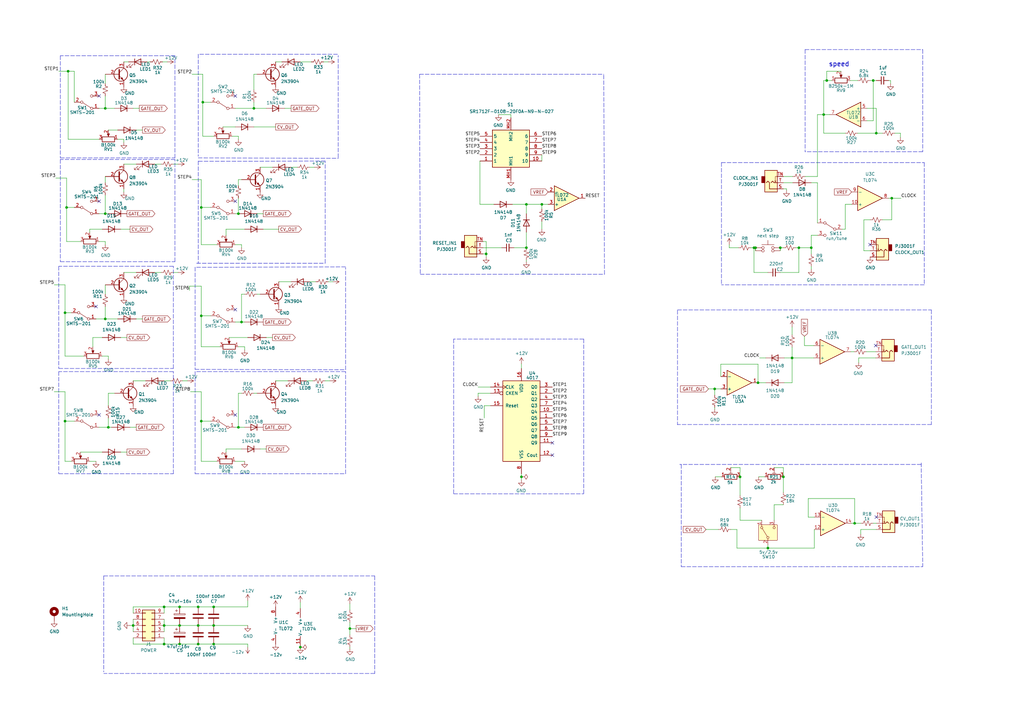
<source format=kicad_sch>
(kicad_sch (version 20231120) (generator "eeschema") (generator_version "8.0")
  (paper "A3")
  (title_block (title "ROND") (date "2024-07-02") (rev "v.003") (company "f.aiseur"))
  (lib_symbols
    (symbol "4xxx:4017" (pin_names (offset 1.016))
      (property "Reference" "U" (at -7.62 16.51 0))
      (property "Value" "4017" (at -7.62 -19.05 0))
      (symbol "4017_1_0"
        (pin output line (at 12.7 0 180) (length 5.08) (name "Q5") (number "1"))
        (pin output line (at 12.7 2.54 180) (length 5.08) (name "Q4") (number "10"))
        (pin output line (at 12.7 -10.16 180) (length 5.08) (name "Q9") (number "11"))
        (pin output line (at 12.7 -15.24 180) (length 5.08) (name "Cout") (number "12"))
        (pin input inverted (at -12.7 10.16 0) (length 5.08) (name "CKEN") (number "13"))
        (pin input clock (at -12.7 12.7 0) (length 5.08) (name "CLK") (number "14"))
        (pin input line (at -12.7 5.08 0) (length 5.08) (name "Reset") (number "15"))
        (pin power_in line (at 0 20.32 270) (length 5.08) (name "VDD") (number "16"))
        (pin output line (at 12.7 10.16 180) (length 5.08) (name "Q1") (number "2"))
        (pin output line (at 12.7 12.7 180) (length 5.08) (name "Q0") (number "3"))
        (pin output line (at 12.7 7.62 180) (length 5.08) (name "Q2") (number "4"))
        (pin output line (at 12.7 -2.54 180) (length 5.08) (name "Q6") (number "5"))
        (pin output line (at 12.7 -5.08 180) (length 5.08) (name "Q7") (number "6"))
        (pin output line (at 12.7 5.08 180) (length 5.08) (name "Q3") (number "7"))
        (pin power_in line (at 0 -22.86 90) (length 5.08) (name "VSS") (number "8"))
        (pin output line (at 12.7 -7.62 180) (length 5.08) (name "Q8") (number "9"))
      )
    )
    (symbol "Amplifier_Operational:TL072" (pin_names (offset 0.127))
      (property "Reference" "U" (at 0 5.08 0))
      (property "Value" "TL072" (at 0 -5.08 0))
      (symbol "TL072_1_1"
        (pin output line (at 7.62 0 180) (length 2.54) (name "~") (number "1"))
        (pin input line (at -7.62 -2.54 0) (length 2.54) (name "-") (number "2"))
        (pin input line (at -7.62 2.54 0) (length 2.54) (name "+") (number "3"))
      )
      (symbol "TL072_2_1"
        (pin input line (at -7.62 2.54 0) (length 2.54) (name "+") (number "5"))
        (pin input line (at -7.62 -2.54 0) (length 2.54) (name "-") (number "6"))
        (pin output line (at 7.62 0 180) (length 2.54) (name "~") (number "7"))
      )
      (symbol "TL072_3_1"
        (pin power_in line (at -2.54 -7.62 90) (length 3.81) (name "V-") (number "4"))
        (pin power_in line (at -2.54 7.62 270) (length 3.81) (name "V+") (number "8"))
      )
    )
    (symbol "Amplifier_Operational:TL074" (pin_names (offset 0.127))
      (property "Reference" "U" (at 0 5.08 0))
      (property "Value" "TL074" (at 0 -5.08 0))
      (symbol "TL074_1_1"
        (pin output line (at 7.62 0 180) (length 2.54) (name "~") (number "1"))
        (pin input line (at -7.62 -2.54 0) (length 2.54) (name "-") (number "2"))
        (pin input line (at -7.62 2.54 0) (length 2.54) (name "+") (number "3"))
      )
      (symbol "TL074_2_1"
        (pin input line (at -7.62 2.54 0) (length 2.54) (name "+") (number "5"))
        (pin input line (at -7.62 -2.54 0) (length 2.54) (name "-") (number "6"))
        (pin output line (at 7.62 0 180) (length 2.54) (name "~") (number "7"))
      )
      (symbol "TL074_3_1"
        (pin input line (at -7.62 2.54 0) (length 2.54) (name "+") (number "10"))
        (pin output line (at 7.62 0 180) (length 2.54) (name "~") (number "8"))
        (pin input line (at -7.62 -2.54 0) (length 2.54) (name "-") (number "9"))
      )
      (symbol "TL074_4_1"
        (pin input line (at -7.62 2.54 0) (length 2.54) (name "+") (number "12"))
        (pin input line (at -7.62 -2.54 0) (length 2.54) (name "-") (number "13"))
        (pin output line (at 7.62 0 180) (length 2.54) (name "~") (number "14"))
      )
      (symbol "TL074_5_1"
        (pin power_in line (at -2.54 -7.62 90) (length 3.81) (name "V-") (number "11"))
        (pin power_in line (at -2.54 7.62 270) (length 3.81) (name "V+") (number "4"))
      )
    )
    (symbol "Connector_Generic:Conn_02x05_Odd_Even" (pin_names (offset 1.016) hide)
      (property "Reference" "J" (at 1.27 7.62 0))
      (property "Value" "Conn_02x05_Odd_Even" (at 1.27 -7.62 0))
      (symbol "Conn_02x05_Odd_Even_1_1"
        (pin passive line (at -5.08 5.08 0) (length 3.81) (name "Pin_1") (number "1"))
        (pin passive line (at 7.62 -5.08 180) (length 3.81) (name "Pin_10") (number "10"))
        (pin passive line (at 7.62 5.08 180) (length 3.81) (name "Pin_2") (number "2"))
        (pin passive line (at -5.08 2.54 0) (length 3.81) (name "Pin_3") (number "3"))
        (pin passive line (at 7.62 2.54 180) (length 3.81) (name "Pin_4") (number "4"))
        (pin passive line (at -5.08 0 0) (length 3.81) (name "Pin_5") (number "5"))
        (pin passive line (at 7.62 0 180) (length 3.81) (name "Pin_6") (number "6"))
        (pin passive line (at -5.08 -2.54 0) (length 3.81) (name "Pin_7") (number "7"))
        (pin passive line (at 7.62 -2.54 180) (length 3.81) (name "Pin_8") (number "8"))
        (pin passive line (at -5.08 -5.08 0) (length 3.81) (name "Pin_9") (number "9"))
      )
    )
    (symbol "Device:C" (pin_numbers hide) (pin_names (offset 0.254))
      (property "Reference" "C" (at 0.635 2.54 0))
      (property "Value" "C" (at 0.635 -2.54 0))
      (symbol "C_1_1"
        (pin passive line (at 0 3.81 270) (length 2.794) (name "~") (number "1"))
        (pin passive line (at 0 -3.81 90) (length 2.794) (name "~") (number "2"))
      )
    )
    (symbol "Device:C_Polarized" (pin_numbers hide) (pin_names (offset 0.254))
      (property "Reference" "C" (at 0.635 2.54 0))
      (property "Value" "C_Polarized" (at 0.635 -2.54 0))
      (symbol "C_Polarized_1_1"
        (pin passive line (at 0 3.81 270) (length 2.794) (name "~") (number "1"))
        (pin passive line (at 0 -3.81 90) (length 2.794) (name "~") (number "2"))
      )
    )
    (symbol "Device:C_Small" (pin_numbers hide) (pin_names (offset 0.254) hide)
      (property "Reference" "C" (at 0.254 1.778 0))
      (property "Value" "C_Small" (at 0.254 -2.032 0))
      (symbol "C_Small_1_1"
        (pin passive line (at 0 2.54 270) (length 2.032) (name "~") (number "1"))
        (pin passive line (at 0 -2.54 90) (length 2.032) (name "~") (number "2"))
      )
    )
    (symbol "Device:LED" (pin_numbers hide) (pin_names (offset 1.016) hide)
      (property "Reference" "D" (at 0 2.54 0))
      (property "Value" "LED" (at 0 -2.54 0))
      (symbol "LED_1_1"
        (pin passive line (at -3.81 0 0) (length 2.54) (name "K") (number "1"))
        (pin passive line (at 3.81 0 180) (length 2.54) (name "A") (number "2"))
      )
    )
    (symbol "Device:R_Potentiometer" (pin_names (offset 1.016) hide)
      (property "Reference" "RV" (at -4.445 0 90))
      (property "Value" "R_Potentiometer" (at -2.54 0 90))
      (symbol "R_Potentiometer_1_1"
        (pin passive line (at 0 3.81 270) (length 1.27) (name "1") (number "1"))
        (pin passive line (at 3.81 0 180) (length 1.27) (name "2") (number "2"))
        (pin passive line (at 0 -3.81 90) (length 1.27) (name "3") (number "3"))
      )
    )
    (symbol "Device:R_Potentiometer_Trim" (pin_names (offset 1.016) hide)
      (property "Reference" "RV" (at -4.445 0 90))
      (property "Value" "R_Potentiometer_Trim" (at -2.54 0 90))
      (symbol "R_Potentiometer_Trim_1_1"
        (pin passive line (at 0 3.81 270) (length 1.27) (name "1") (number "1"))
        (pin passive line (at 3.81 0 180) (length 1.27) (name "2") (number "2"))
        (pin passive line (at 0 -3.81 90) (length 1.27) (name "3") (number "3"))
      )
    )
    (symbol "Device:R_Small_US" (pin_numbers hide) (pin_names (offset 0.254) hide)
      (property "Reference" "R" (at 0.762 0.508 0))
      (property "Value" "R_Small_US" (at 0.762 -1.016 0))
      (symbol "R_Small_US_1_1"
        (pin passive line (at 0 2.54 270) (length 1.016) (name "~") (number "1"))
        (pin passive line (at 0 -2.54 90) (length 1.016) (name "~") (number "2"))
      )
    )
    (symbol "Diode:1N4148" (pin_numbers hide) (pin_names hide)
      (property "Reference" "D" (at 0 2.54 0))
      (property "Value" "1N4148" (at 0 -2.54 0))
      (symbol "1N4148_1_1"
        (pin passive line (at -3.81 0 0) (length 2.54) (name "K") (number "1"))
        (pin passive line (at 3.81 0 180) (length 2.54) (name "A") (number "2"))
      )
    )
    (symbol "Mechanical:MountingHole_Pad" (pin_numbers hide) (pin_names (offset 1.016) hide)
      (property "Reference" "H" (at 0 6.35 0))
      (property "Value" "MountingHole_Pad" (at 0 4.445 0))
      (symbol "MountingHole_Pad_1_1"
        (pin input line (at 0 -2.54 90) (length 2.54) (name "1") (number "1"))
      )
    )
    (symbol "Rotary Switch PCB:SR1712F-0108-20F0A-N9-N-027"
      (property "Reference" "S" (at 21.59 12.7 0))
      (property "Value" "SR1712F-0108-20F0A-N9-N-027" (at 21.59 10.16 0))
      (symbol "SR1712F-0108-20F0A-N9-N-027_1_1"
        (pin passive line (at 17.78 -12.7 90) (length 5.08) (name "1") (number "1"))
        (pin passive line (at 17.78 12.7 270) (length 5.08) (name "10") (number "10"))
        (pin passive line (at 15.24 -12.7 90) (length 5.08) (name "2") (number "2"))
        (pin passive line (at 12.7 -12.7 90) (length 5.08) (name "3") (number "3"))
        (pin passive line (at 10.16 -12.7 90) (length 5.08) (name "4") (number "4"))
        (pin passive line (at 7.62 -12.7 90) (length 5.08) (name "5") (number "5"))
        (pin passive line (at 7.62 12.7 270) (length 5.08) (name "6") (number "6"))
        (pin passive line (at 10.16 12.7 270) (length 5.08) (name "7") (number "7"))
        (pin passive line (at 12.7 12.7 270) (length 5.08) (name "8") (number "8"))
        (pin passive line (at 15.24 12.7 270) (length 5.08) (name "9") (number "9"))
        (pin passive line (at 25.4 0 180) (length 5.08) (name "MH1") (number "MH1"))
        (pin passive line (at 0 0 0) (length 5.08) (name "MH2") (number "MH2"))
      )
    )
    (symbol "SW_SPDT_1" (pin_names (offset 0) hide)
      (property "Reference" "SW" (at 0 5.08 0))
      (property "Value" "SW_SPDT" (at 0 -5.08 0))
      (symbol "SW_SPDT_1_1_1"
        (pin passive line (at 5.08 2.54 180) (length 2.54) (name "A") (number "1"))
        (pin passive line (at -5.08 0 0) (length 2.54) (name "B") (number "2"))
        (pin passive line (at 5.08 -2.54 180) (length 2.54) (name "C") (number "3"))
      )
    )
    (symbol "Switch:SW_Push" (pin_numbers hide) (pin_names (offset 1.016) hide)
      (property "Reference" "SW3" (at 0 7.239 0))
      (property "Value" "next step" (at 0 4.9276 0))
      (symbol "SW_Push_0_1"
        (pin passive line (at -5.08 0 0) (length 2.54) (name "1") (number "1"))
      )
      (symbol "SW_Push_1_1"
        (pin passive line (at -5.08 -1.27 0) (length 2.54) (name "2") (number "2"))
        (pin passive line (at 5.08 0 180) (length 2.54) (name "3") (number "3"))
        (pin passive line (at 5.08 -1.27 180) (length 2.54) (name "4") (number "4"))
      )
    )
    (symbol "Switch:SW_SPDT" (pin_names (offset 0) hide)
      (property "Reference" "SW" (at 0 4.318 0))
      (property "Value" "SW_SPDT" (at 0 -5.08 0))
      (symbol "SW_SPDT_1_1"
        (pin passive line (at 5.08 2.54 180) (length 2.54) (name "A") (number "1"))
        (pin passive line (at -5.08 0 0) (length 2.54) (name "B") (number "2"))
        (pin passive line (at 5.08 -2.54 180) (length 2.54) (name "C") (number "3"))
      )
    )
    (symbol "Transistor_BJT:2N3904" (pin_names (offset 0) hide)
      (property "Reference" "Q" (at 5.08 1.905 0))
      (property "Value" "2N3904" (at 5.08 0 0))
      (symbol "2N3904_1_1"
        (pin passive line (at 2.54 -5.08 90) (length 2.54) (name "E") (number "1"))
        (pin passive line (at -5.08 0 0) (length 5.715) (name "B") (number "2"))
        (pin passive line (at 2.54 5.08 270) (length 2.54) (name "C") (number "3"))
      )
    )
    (symbol "benjiaomodular:PJ3001F"
      (property "Reference" "J" (at 0 8.89 0))
      (property "Value" "PJ3001F" (at 0 6.35 0))
      (symbol "PJ3001F_1_1"
        (pin passive line (at 5.08 2.54 180) (length 2.54) (name "~") (number "S"))
        (pin passive line (at 5.08 0 180) (length 2.54) (name "~") (number "T"))
        (pin passive line (at 5.08 -2.54 180) (length 2.54) (name "~") (number "TN"))
      )
    )
    (symbol "power:+12V" (power) (pin_names (offset 0))
      (property "Value" "+12V" (at 0 3.556 0))
      (symbol "+12V_1_1"
        (pin power_in line (at 0 0 90) (length 0) hide (name "+12V") (number "1"))
      )
    )
    (symbol "power:+5V" (power) (pin_names (offset 0))
      (property "Value" "+5V" (at 0 3.556 0))
      (symbol "+5V_1_1"
        (pin power_in line (at 0 0 90) (length 0) hide (name "+5V") (number "1"))
      )
    )
    (symbol "power:GND" (power) (pin_names (offset 0))
      (property "Value" "GND" (at 0 -3.81 0))
      (symbol "GND_1_1"
        (pin power_in line (at 0 0 270) (length 0) hide (name "GND") (number "1"))
      )
    )
    (symbol "power:PWR_FLAG" (power) (pin_numbers hide) (pin_names (offset 0) hide)
      (property "Value" "PWR_FLAG" (at 0 3.81 0))
      (symbol "PWR_FLAG_0_0"
        (pin power_out line (at 0 0 90) (length 0) (name "~") (number "1"))
      )
    )
  )
  (junction (at 67.31 264.16))
  (junction (at 73.66 264.16))
  (junction (at 123.19 265.43))
  (junction (at 43.18 130.81))
  (junction (at 97.79 175.26))
  (junction (at 332.74 101.6))
  (junction (at 303.53 195.58))
  (junction (at 81.28 264.16))
  (junction (at 199.39 104.14))
  (junction (at 213.868 195.58))
  (junction (at 215.9 101.6))
  (junction (at 73.66 248.92))
  (junction (at 337.82 46.99))
  (junction (at 83.185 41.91))
  (junction (at 222.25 83.82))
  (junction (at 215.9 83.82))
  (junction (at 309.245 101.6))
  (junction (at 67.31 248.92))
  (junction (at 365.76 81.28))
  (junction (at 54.61 256.54))
  (junction (at 43.18 87.63))
  (junction (at 73.66 256.54))
  (junction (at 309.88 101.6))
  (junction (at 81.28 248.92))
  (junction (at 104.14 44.45))
  (junction (at 358.14 33.02))
  (junction (at 321.31 195.58))
  (junction (at 87.63 256.54))
  (junction (at 97.79 87.63))
  (junction (at 26.67 128.27))
  (junction (at 87.63 248.92))
  (junction (at 27.94 29.21))
  (junction (at 82.55 129.54))
  (junction (at 82.55 85.09))
  (junction (at 99.06 132.08))
  (junction (at 43.18 44.45))
  (junction (at 27.305 85.09))
  (junction (at 324.866 146.812))
  (junction (at 314.96 224.79))
  (junction (at 44.45 175.26))
  (junction (at 320.04 101.6))
  (junction (at 26.67 172.72))
  (junction (at 310.896 156.972))
  (junction (at 67.31 256.54))
  (junction (at 350.52 214.63))
  (junction (at 293.116 159.512))
  (junction (at 81.28 256.54))
  (junction (at 82.55 172.72))
  (junction (at 359.41 54.61))
  (junction (at 327.66 101.6))
  (junction (at 87.63 264.16))
  (junction (at 339.09 33.02))
  (junction (at 143.51 257.81))
  (no_connect (at 96.52 39.37))
  (no_connect (at 356.87 100.33))
  (no_connect (at 40.64 82.55))
  (no_connect (at 96.52 82.55))
  (no_connect (at 40.64 170.18))
  (no_connect (at 359.156 141.732))
  (no_connect (at 39.37 125.73))
  (no_connect (at 359.41 212.09))
  (no_connect (at 40.64 39.37))
  (no_connect (at 226.568 186.69))
  (no_connect (at 96.52 127))
  (no_connect (at 96.52 170.18))
  (no_connect (at 226.568 181.61))
  (wire (pts (xy 67.31 264.16) (xy 67.31 261.62)))
  (polyline (pts (xy 239.395 139.065) (xy 186.055 139.065)) (stroke (width 0) (type dash)))
  (wire (pts (xy 119.38 115.57) (xy 114.3 115.57)))
  (wire (pts (xy 30.48 29.21) (xy 30.48 41.91)))
  (polyline (pts (xy 141.732 109.474) (xy 80.01 109.601)) (stroke (width 0) (type dash)))
  (wire (pts (xy 143.51 265.43) (xy 143.51 266.065)))
  (wire (pts (xy 354.33 90.17) (xy 356.87 90.17)))
  (wire (pts (xy 355.6 44.45) (xy 359.41 44.45)))
  (wire (pts (xy 71.12 111.76) (xy 73.025 111.76)))
  (wire (pts (xy 303.53 191.77) (xy 303.53 195.58)))
  (wire (pts (xy 204.47 46.99) (xy 209.55 46.99)))
  (wire (pts (xy 295.656 154.432) (xy 295.656 149.352)))
  (polyline (pts (xy 71.755 64.77) (xy 71.755 22.86)) (stroke (width 0) (type dash)))
  (polyline (pts (xy 153.67 276.225) (xy 42.545 276.225)) (stroke (width 0) (type dash)))
  (polyline (pts (xy 239.395 139.065) (xy 239.395 202.565)) (stroke (width 0) (type dash)))
  (wire (pts (xy 310.896 156.972) (xy 314.071 156.972)))
  (polyline (pts (xy 378.46 62.23) (xy 330.2 62.23)) (stroke (width 0) (type dash)))
  (polyline (pts (xy 382.016 127.127) (xy 382.016 174.117)) (stroke (width 0) (type dash)))
  (wire (pts (xy 118.11 156.21) (xy 113.03 156.21)))
  (wire (pts (xy 29.21 189.23) (xy 26.67 189.23)))
  (polyline (pts (xy 71.755 22.86) (xy 24.765 22.86)) (stroke (width 0) (type dash)))
  (wire (pts (xy 77.724 119.126) (xy 77.724 117.348)))
  (wire (pts (xy 50.8 58.42) (xy 50.8 57.15)))
  (wire (pts (xy 324.866 156.972) (xy 321.691 156.972)))
  (wire (pts (xy 88.9 100.33) (xy 82.55 100.33)))
  (wire (pts (xy 44.45 171.45) (xy 44.45 175.26)))
  (wire (pts (xy 34.29 146.05) (xy 26.67 146.05)))
  (wire (pts (xy 143.51 257.81) (xy 146.05 257.81)))
  (wire (pts (xy 317.5 213.36) (xy 317.5 207.01)))
  (polyline (pts (xy 71.755 65.405) (xy 24.765 65.405)) (stroke (width 0) (type dash)))
  (wire (pts (xy 309.245 101.6) (xy 309.88 101.6)))
  (wire (pts (xy 54.61 254) (xy 54.61 256.54)))
  (wire (pts (xy 215.9 95.25) (xy 215.9 101.6)))
  (wire (pts (xy 104.14 161.29) (xy 105.41 161.29)))
  (wire (pts (xy 73.66 264.16) (xy 81.28 264.16)))
  (wire (pts (xy 74.93 156.21) (xy 76.835 156.21)))
  (wire (pts (xy 49.53 93.98) (xy 53.34 93.98)))
  (wire (pts (xy 317.5 191.77) (xy 321.31 191.77)))
  (wire (pts (xy 81.28 248.92) (xy 87.63 248.92)))
  (polyline (pts (xy 133.35 66.04) (xy 81.026 66.167)) (stroke (width 0) (type dash)))
  (wire (pts (xy 209.55 46.99) (xy 209.55 48.26)))
  (wire (pts (xy 303.53 195.58) (xy 303.53 203.2)))
  (polyline (pts (xy 330.2 20.32) (xy 330.2 62.23)) (stroke (width 0) (type dash)))
  (wire (pts (xy 26.67 116.84) (xy 26.67 128.27)))
  (wire (pts (xy 43.18 116.84) (xy 43.18 120.65)))
  (wire (pts (xy 100.33 93.98) (xy 92.71 93.98)))
  (polyline (pts (xy 378.46 20.32) (xy 378.46 62.23)) (stroke (width 0) (type dash)))
  (wire (pts (xy 36.83 93.98) (xy 41.91 93.98)))
  (wire (pts (xy 339.09 29.21) (xy 339.09 33.02)))
  (wire (pts (xy 127 115.57) (xy 129.54 115.57)))
  (wire (pts (xy 314.96 223.52) (xy 314.96 224.79)))
  (wire (pts (xy 87.63 248.92) (xy 101.6 248.92)))
  (wire (pts (xy 293.116 159.512) (xy 295.656 159.512)))
  (wire (pts (xy 109.22 138.43) (xy 111.76 138.43)))
  (wire (pts (xy 22.225 116.84) (xy 26.67 116.84)))
  (polyline (pts (xy 24.765 64.77) (xy 71.755 64.77)) (stroke (width 0) (type dash)))
  (wire (pts (xy 97.79 73.66) (xy 99.06 73.66)))
  (polyline (pts (xy 141.732 151.638) (xy 141.732 109.728)) (stroke (width 0) (type dash)))
  (wire (pts (xy 41.91 138.43) (xy 38.1 138.43)))
  (wire (pts (xy 67.31 248.92) (xy 73.66 248.92)))
  (wire (pts (xy 355.346 144.272) (xy 359.156 144.272)))
  (wire (pts (xy 82.55 172.72) (xy 82.55 189.23)))
  (polyline (pts (xy 81.28 22.225) (xy 81.28 64.135)) (stroke (width 0) (type dash)))
  (wire (pts (xy 36.83 95.25) (xy 36.83 93.98)))
  (wire (pts (xy 27.305 85.09) (xy 27.305 99.06)))
  (polyline (pts (xy 186.055 202.565) (xy 239.395 202.565)) (stroke (width 0) (type dash)))
  (wire (pts (xy 332.74 74.93) (xy 335.28 74.93)))
  (wire (pts (xy 67.31 248.92) (xy 67.31 251.46)))
  (wire (pts (xy 327.66 101.6) (xy 332.74 101.6)))
  (wire (pts (xy 354.33 102.87) (xy 354.33 90.17)))
  (wire (pts (xy 43.18 44.45) (xy 46.99 44.45)))
  (wire (pts (xy 96.52 189.23) (xy 100.33 189.23)))
  (wire (pts (xy 83.185 55.88) (xy 87.63 55.88)))
  (wire (pts (xy 213.868 194.31) (xy 213.868 195.58)))
  (wire (pts (xy 215.9 83.82) (xy 222.25 83.82)))
  (wire (pts (xy 352.171 146.812) (xy 352.171 148.717)))
  (polyline (pts (xy 172.085 30.48) (xy 172.3644 112.4712)) (stroke (width 0) (type dash)))
  (wire (pts (xy 358.14 49.53) (xy 358.14 33.02)))
  (wire (pts (xy 346.71 93.98) (xy 346.71 83.82)))
  (wire (pts (xy 365.252 33.02) (xy 365.252 34.29)))
  (wire (pts (xy 303.53 208.28) (xy 303.53 213.36)))
  (wire (pts (xy 345.44 93.98) (xy 346.71 93.98)))
  (polyline (pts (xy 330.2 20.32) (xy 378.46 20.32)) (stroke (width 0) (type dash)))
  (wire (pts (xy 337.82 46.99) (xy 340.36 46.99)))
  (wire (pts (xy 41.91 185.42) (xy 33.02 185.42)))
  (wire (pts (xy 143.51 255.27) (xy 143.51 257.81)))
  (wire (pts (xy 66.675 25.4) (xy 68.58 25.4)))
  (wire (pts (xy 87.63 264.16) (xy 101.6 264.16)))
  (wire (pts (xy 39.37 130.81) (xy 43.18 130.81)))
  (wire (pts (xy 324.866 137.287) (xy 324.866 134.112)))
  (wire (pts (xy 344.932 29.21) (xy 339.09 29.21)))
  (wire (pts (xy 22.86 73.025) (xy 27.305 73.025)))
  (polyline (pts (xy 277.876 127.254) (xy 277.876 174.244)) (stroke (width 0) (type dash)))
  (wire (pts (xy 134.62 115.57) (xy 136.525 115.57)))
  (wire (pts (xy 359.41 44.45) (xy 359.41 54.61)))
  (wire (pts (xy 44.45 166.37) (xy 44.45 161.29)))
  (wire (pts (xy 320.04 101.6) (xy 321.31 101.6)))
  (wire (pts (xy 50.8 25.4) (xy 52.705 25.4)))
  (wire (pts (xy 81.28 264.16) (xy 87.63 264.16)))
  (wire (pts (xy 199.39 99.06) (xy 199.39 104.14)))
  (wire (pts (xy 127 68.58) (xy 128.905 68.58)))
  (wire (pts (xy 83.185 41.91) (xy 83.185 55.88)))
  (wire (pts (xy 54.61 261.62) (xy 54.61 264.16)))
  (wire (pts (xy 82.55 129.54) (xy 82.55 142.24)))
  (polyline (pts (xy 379.095 66.675) (xy 379.095 116.84)) (stroke (width 0) (type dash)))
  (wire (pts (xy 320.04 101.6) (xy 320.04 102.87)))
  (wire (pts (xy 99.06 161.29) (xy 97.79 161.29)))
  (wire (pts (xy 329.946 141.732) (xy 329.946 137.922)))
  (polyline (pts (xy 80.01 151.511) (xy 141.732 151.638)) (stroke (width 0) (type dash)))
  (wire (pts (xy 335.28 46.99) (xy 337.82 46.99)))
  (wire (pts (xy 27.305 73.025) (xy 27.305 85.09)))
  (wire (pts (xy 364.49 81.28) (xy 365.76 81.28)))
  (polyline (pts (xy 80.645 107.95) (xy 133.35 107.95)) (stroke (width 0) (type dash)))
  (wire (pts (xy 101.6 264.16) (xy 101.6 265.43)))
  (wire (pts (xy 27.94 57.15) (xy 40.64 57.15)))
  (wire (pts (xy 299.085 101.6) (xy 302.895 101.6)))
  (wire (pts (xy 369.316 54.61) (xy 367.03 54.61)))
  (wire (pts (xy 43.18 30.48) (xy 43.18 34.29)))
  (wire (pts (xy 104.14 41.91) (xy 104.14 44.45)))
  (wire (pts (xy 295.656 149.352) (xy 310.896 149.352)))
  (polyline (pts (xy 81.28 64.77) (xy 138.811 64.897)) (stroke (width 0) (type dash)))
  (wire (pts (xy 321.31 191.77) (xy 321.31 195.58)))
  (wire (pts (xy 26.67 128.27) (xy 26.67 146.05)))
  (polyline (pts (xy 24.13 194.31) (xy 71.12 194.31)) (stroke (width 0) (type dash)))
  (polyline (pts (xy 80.01 152.4) (xy 80.01 194.31)) (stroke (width 0) (type dash)))
  (polyline (pts (xy 24.13 109.22) (xy 24.13 151.13)) (stroke (width 0) (type dash)))
  (wire (pts (xy 63.5 111.76) (xy 66.04 111.76)))
  (wire (pts (xy 369.316 56.388) (xy 369.316 54.61)))
  (wire (pts (xy 97.79 142.24) (xy 100.33 142.24)))
  (wire (pts (xy 24.13 29.21) (xy 27.94 29.21)))
  (wire (pts (xy 55.88 130.81) (xy 58.42 130.81)))
  (wire (pts (xy 332.74 101.6) (xy 332.74 104.14)))
  (wire (pts (xy 321.31 195.58) (xy 321.31 201.93)))
  (wire (pts (xy 50.8 67.31) (xy 55.88 67.31)))
  (wire (pts (xy 49.53 185.42) (xy 52.07 185.42)))
  (wire (pts (xy 100.33 120.65) (xy 99.06 120.65)))
  (wire (pts (xy 324.866 146.812) (xy 324.866 156.972)))
  (wire (pts (xy 44.45 161.29) (xy 46.99 161.29)))
  (wire (pts (xy 222.25 83.82) (xy 222.25 85.725)))
  (wire (pts (xy 43.18 125.73) (xy 43.18 130.81)))
  (polyline (pts (xy 71.12 109.22) (xy 24.13 109.22)) (stroke (width 0) (type dash)))
  (polyline (pts (xy 172.085 30.48) (xy 247.65 30.48)) (stroke (width 0) (type dash)))
  (wire (pts (xy 54.61 248.92) (xy 54.61 251.46)))
  (wire (pts (xy 67.31 256.54) (xy 73.66 256.54)))
  (wire (pts (xy 27.305 99.06) (xy 33.02 99.06)))
  (polyline (pts (xy 377.825 189.865) (xy 378.46 232.41)) (stroke (width 0) (type dash)))
  (wire (pts (xy 40.64 99.06) (xy 43.18 99.06)))
  (wire (pts (xy 346.71 83.82) (xy 349.25 83.82)))
  (wire (pts (xy 359.41 54.61) (xy 361.95 54.61)))
  (wire (pts (xy 43.18 39.37) (xy 43.18 44.45)))
  (polyline (pts (xy 279.4 232.41) (xy 378.46 232.41)) (stroke (width 0) (type dash)))
  (polyline (pts (xy 133.35 107.95) (xy 133.35 66.04)) (stroke (width 0) (type dash)))
  (wire (pts (xy 332.74 96.52) (xy 332.74 101.6)))
  (polyline (pts (xy 42.545 236.22) (xy 153.67 236.22)) (stroke (width 0) (type dash)))
  (wire (pts (xy 97.79 55.88) (xy 95.25 55.88)))
  (wire (pts (xy 222.25 63.5) (xy 222.25 66.04)))
  (wire (pts (xy 309.245 101.6) (xy 309.245 111.76)))
  (wire (pts (xy 82.55 160.655) (xy 82.55 172.72)))
  (wire (pts (xy 358.14 33.02) (xy 359.41 33.02)))
  (wire (pts (xy 54.61 248.92) (xy 67.31 248.92)))
  (wire (pts (xy 132.715 25.4) (xy 134.62 25.4)))
  (wire (pts (xy 40.64 44.45) (xy 43.18 44.45)))
  (wire (pts (xy 67.31 256.54) (xy 67.31 259.08)))
  (wire (pts (xy 96.52 100.33) (xy 99.06 100.33)))
  (wire (pts (xy 82.55 85.09) (xy 86.36 85.09)))
  (wire (pts (xy 36.83 189.23) (xy 39.37 189.23)))
  (wire (pts (xy 44.45 146.05) (xy 44.45 147.32)))
  (wire (pts (xy 356.87 33.02) (xy 358.14 33.02)))
  (wire (pts (xy 77.724 117.348) (xy 82.55 117.348)))
  (polyline (pts (xy 247.9294 112.4712) (xy 247.65 30.48)) (stroke (width 0) (type dash)))
  (polyline (pts (xy 24.13 151.13) (xy 71.12 151.13)) (stroke (width 0) (type dash)))
  (wire (pts (xy 88.9 189.23) (xy 82.55 189.23)))
  (wire (pts (xy 123.19 264.795) (xy 123.19 265.43)))
  (wire (pts (xy 78.74 73.66) (xy 82.55 73.66)))
  (polyline (pts (xy 24.765 107.315) (xy 71.755 107.315)) (stroke (width 0) (type dash)))
  (polyline (pts (xy 141.732 194.31) (xy 141.732 152.4)) (stroke (width 0) (type dash)))
  (polyline (pts (xy 295.91 66.675) (xy 295.91 116.84)) (stroke (width 0) (type dash)))
  (wire (pts (xy 196.85 83.82) (xy 202.565 83.82)))
  (wire (pts (xy 365.76 81.28) (xy 369.57 81.28)))
  (wire (pts (xy 97.79 81.28) (xy 97.79 87.63)))
  (wire (pts (xy 317.5 207.01) (xy 321.31 207.01)))
  (wire (pts (xy 351.79 54.61) (xy 359.41 54.61)))
  (wire (pts (xy 289.56 217.17) (xy 294.64 217.17)))
  (wire (pts (xy 364.49 33.02) (xy 365.252 33.02)))
  (wire (pts (xy 97.79 73.66) (xy 97.79 76.2)))
  (wire (pts (xy 67.31 264.16) (xy 73.66 264.16)))
  (polyline (pts (xy 24.13 152.4) (xy 24.13 194.31)) (stroke (width 0) (type dash)))
  (wire (pts (xy 196.85 66.04) (xy 196.85 83.82)))
  (wire (pts (xy 196.088 158.75) (xy 201.168 158.75)))
  (wire (pts (xy 337.82 33.02) (xy 339.09 33.02)))
  (polyline (pts (xy 377.825 190.5) (xy 278.765 190.5)) (stroke (width 0) (type dash)))
  (polyline (pts (xy 24.765 22.86) (xy 24.765 64.77)) (stroke (width 0) (type dash)))
  (wire (pts (xy 96.52 87.63) (xy 97.79 87.63)))
  (wire (pts (xy 213.868 195.58) (xy 213.868 196.85)))
  (wire (pts (xy 348.996 144.272) (xy 350.266 144.272)))
  (wire (pts (xy 63.5 67.31) (xy 66.04 67.31)))
  (polyline (pts (xy 81.28 66.04) (xy 81.28 107.95)) (stroke (width 0) (type dash)))
  (polyline (pts (xy 71.755 107.315) (xy 71.755 65.405)) (stroke (width 0) (type dash)))
  (wire (pts (xy 104.14 30.48) (xy 104.14 36.83)))
  (wire (pts (xy 104.14 44.45) (xy 109.22 44.45)))
  (wire (pts (xy 293.116 162.052) (xy 293.116 159.512)))
  (wire (pts (xy 314.96 111.76) (xy 309.245 111.76)))
  (wire (pts (xy 331.47 204.47) (xy 331.47 212.09)))
  (wire (pts (xy 123.19 25.4) (xy 127.635 25.4)))
  (wire (pts (xy 293.116 167.132) (xy 293.116 167.767)))
  (wire (pts (xy 337.82 54.61) (xy 346.71 54.61)))
  (wire (pts (xy 67.31 254) (xy 67.31 256.54)))
  (wire (pts (xy 326.39 101.6) (xy 327.66 101.6)))
  (wire (pts (xy 105.41 120.65) (xy 106.68 120.65)))
  (wire (pts (xy 198.12 99.06) (xy 199.39 99.06)))
  (wire (pts (xy 53.34 256.54) (xy 54.61 256.54)))
  (wire (pts (xy 335.28 46.99) (xy 335.28 72.39)))
  (wire (pts (xy 106.68 184.15) (xy 109.22 184.15)))
  (wire (pts (xy 55.88 111.76) (xy 50.8 111.76)))
  (wire (pts (xy 111.76 68.58) (xy 106.68 68.58)))
  (wire (pts (xy 40.64 175.26) (xy 44.45 175.26)))
  (wire (pts (xy 43.18 72.39) (xy 43.18 74.93)))
  (wire (pts (xy 26.67 160.655) (xy 26.67 172.72)))
  (wire (pts (xy 91.44 52.07) (xy 96.52 52.07)))
  (wire (pts (xy 116.84 44.45) (xy 119.38 44.45)))
  (wire (pts (xy 55.88 53.34) (xy 58.42 53.34)))
  (wire (pts (xy 96.52 132.08) (xy 99.06 132.08)))
  (wire (pts (xy 335.28 96.52) (xy 332.74 96.52)))
  (wire (pts (xy 299.085 100.33) (xy 299.085 101.6)))
  (wire (pts (xy 331.47 212.09) (xy 334.01 212.09)))
  (wire (pts (xy 59.69 156.21) (xy 54.61 156.21)))
  (wire (pts (xy 330.2 72.39) (xy 335.28 72.39)))
  (wire (pts (xy 324.866 146.812) (xy 333.756 146.812)))
  (polyline (pts (xy 172.3644 112.4712) (xy 247.9294 112.4712)) (stroke (width 0) (type dash)))
  (wire (pts (xy 60.325 25.4) (xy 61.595 25.4)))
  (wire (pts (xy 104.14 52.07) (xy 113.03 52.07)))
  (wire (pts (xy 359.41 217.17) (xy 353.06 217.17)))
  (wire (pts (xy 30.48 85.09) (xy 27.305 85.09)))
  (wire (pts (xy 213.868 149.225) (xy 213.868 151.13)))
  (wire (pts (xy 199.39 104.14) (xy 198.12 104.14)))
  (wire (pts (xy 355.6 49.53) (xy 358.14 49.53)))
  (wire (pts (xy 293.37 195.58) (xy 295.91 195.58)))
  (wire (pts (xy 314.96 224.79) (xy 334.01 224.79)))
  (wire (pts (xy 99.06 132.08) (xy 100.33 132.08)))
  (wire (pts (xy 321.31 74.93) (xy 325.12 74.93)))
  (wire (pts (xy 82.55 100.33) (xy 82.55 85.09)))
  (wire (pts (xy 50.8 57.15) (xy 48.26 57.15)))
  (wire (pts (xy 123.19 247.015) (xy 123.19 249.555)))
  (wire (pts (xy 215.9 83.82) (xy 215.9 87.63)))
  (wire (pts (xy 87.63 256.54) (xy 101.6 256.54)))
  (polyline (pts (xy 186.055 139.065) (xy 186.055 202.565)) (stroke (width 0) (type dash)))
  (polyline (pts (xy 153.67 236.22) (xy 153.67 276.225)) (stroke (width 0) (type dash)))
  (wire (pts (xy 198.628 166.37) (xy 198.628 171.45)))
  (wire (pts (xy 143.51 257.81) (xy 143.51 260.35)))
  (wire (pts (xy 105.41 87.63) (xy 107.95 87.63)))
  (wire (pts (xy 82.55 172.72) (xy 86.36 172.72)))
  (wire (pts (xy 105.41 30.48) (xy 104.14 30.48)))
  (wire (pts (xy 309.88 101.6) (xy 309.88 102.87)))
  (wire (pts (xy 350.52 214.63) (xy 350.52 204.47)))
  (wire (pts (xy 290.576 159.512) (xy 293.116 159.512)))
  (wire (pts (xy 26.67 128.27) (xy 29.21 128.27)))
  (wire (pts (xy 93.98 138.43) (xy 101.6 138.43)))
  (wire (pts (xy 73.66 248.92) (xy 81.28 248.92)))
  (wire (pts (xy 54.61 264.16) (xy 67.31 264.16)))
  (wire (pts (xy 322.58 78.105) (xy 322.58 77.47)))
  (wire (pts (xy 41.91 146.05) (xy 44.45 146.05)))
  (wire (pts (xy 311.15 195.58) (xy 313.69 195.58)))
  (wire (pts (xy 107.95 93.98) (xy 114.3 93.98)))
  (polyline (pts (xy 379.095 116.84) (xy 295.91 116.84)) (stroke (width 0) (type dash)))
  (wire (pts (xy 43.18 87.63) (xy 44.45 87.63)))
  (wire (pts (xy 97.79 161.29) (xy 97.79 175.26)))
  (wire (pts (xy 331.47 204.47) (xy 350.52 204.47)))
  (wire (pts (xy 198.628 166.37) (xy 201.168 166.37)))
  (wire (pts (xy 353.06 217.17) (xy 353.06 219.075)))
  (polyline (pts (xy 279.4 190.5) (xy 279.4 232.41)) (stroke (width 0) (type dash)))
  (wire (pts (xy 99.06 100.33) (xy 99.06 101.6)))
  (wire (pts (xy 81.28 256.54) (xy 87.63 256.54)))
  (wire (pts (xy 327.66 111.76) (xy 320.04 111.76)))
  (polyline (pts (xy 138.684 64.643) (xy 138.684 22.733)) (stroke (width 0) (type dash)))
  (wire (pts (xy 38.1 138.43) (xy 38.1 142.24)))
  (wire (pts (xy 133.35 156.21) (xy 135.255 156.21)))
  (wire (pts (xy 92.71 93.98) (xy 92.71 96.52)))
  (wire (pts (xy 321.691 146.812) (xy 324.866 146.812)))
  (wire (pts (xy 44.45 175.26) (xy 45.72 175.26)))
  (wire (pts (xy 26.67 172.72) (xy 30.48 172.72)))
  (wire (pts (xy 96.52 44.45) (xy 104.14 44.45)))
  (wire (pts (xy 22.225 160.655) (xy 26.67 160.655)))
  (wire (pts (xy 337.82 33.02) (xy 337.82 46.99)))
  (wire (pts (xy 86.36 41.91) (xy 83.185 41.91)))
  (wire (pts (xy 299.72 191.77) (xy 303.53 191.77)))
  (wire (pts (xy 361.95 90.17) (xy 365.76 90.17)))
  (wire (pts (xy 321.31 72.39) (xy 325.12 72.39)))
  (wire (pts (xy 215.9 106.68) (xy 215.9 107.315)))
  (wire (pts (xy 348.742 33.02) (xy 351.79 33.02)))
  (wire (pts (xy 83.185 30.48) (xy 83.185 41.91)))
  (wire (pts (xy 334.01 217.17) (xy 334.01 224.79)))
  (wire (pts (xy 222.25 90.805) (xy 222.25 93.98)))
  (wire (pts (xy 49.53 138.43) (xy 52.07 138.43)))
  (wire (pts (xy 302.26 217.17) (xy 302.26 224.79)))
  (wire (pts (xy 44.45 53.34) (xy 48.26 53.34)))
  (wire (pts (xy 352.171 146.812) (xy 359.156 146.812)))
  (wire (pts (xy 50.8 77.47) (xy 50.8 78.74)))
  (wire (pts (xy 96.52 175.26) (xy 97.79 175.26)))
  (wire (pts (xy 54.61 256.54) (xy 54.61 259.08)))
  (wire (pts (xy 310.896 149.352) (xy 310.896 156.972)))
  (wire (pts (xy 78.105 160.655) (xy 82.55 160.655)))
  (polyline (pts (xy 71.12 152.4) (xy 24.13 152.4)) (stroke (width 0) (type dash)))
  (wire (pts (xy 349.25 214.63) (xy 350.52 214.63)))
  (wire (pts (xy 101.6 248.92) (xy 101.6 246.38)))
  (wire (pts (xy 324.866 146.812) (xy 324.866 142.367)))
  (wire (pts (xy 307.975 101.6) (xy 309.245 101.6)))
  (wire (pts (xy 53.34 175.26) (xy 55.88 175.26)))
  (wire (pts (xy 54.61 44.45) (xy 57.15 44.45)))
  (polyline (pts (xy 382.016 174.117) (xy 277.876 174.117)) (stroke (width 0) (type dash)))
  (wire (pts (xy 119.38 68.58) (xy 121.92 68.58)))
  (wire (pts (xy 210.185 83.82) (xy 215.9 83.82)))
  (wire (pts (xy 43.18 130.81) (xy 48.26 130.81)))
  (wire (pts (xy 329.946 141.732) (xy 333.756 141.732)))
  (polyline (pts (xy 277.876 127.127) (xy 382.016 127.127)) (stroke (width 0) (type dash)))
  (wire (pts (xy 365.76 81.28) (xy 365.76 90.17)))
  (polyline (pts (xy 141.732 152.4) (xy 80.01 152.4)) (stroke (width 0) (type dash)))
  (wire (pts (xy 332.74 109.22) (xy 332.74 110.49)))
  (wire (pts (xy 303.53 213.36) (xy 312.42 213.36)))
  (wire (pts (xy 27.94 57.15) (xy 27.94 29.21)))
  (wire (pts (xy 82.55 142.24) (xy 90.17 142.24)))
  (polyline (pts (xy 138.43 22.225) (xy 81.28 22.225)) (stroke (width 0) (type dash)))
  (wire (pts (xy 322.58 77.47) (xy 321.31 77.47)))
  (wire (pts (xy 40.64 87.63) (xy 43.18 87.63)))
  (polyline (pts (xy 71.12 151.13) (xy 71.12 109.22)) (stroke (width 0) (type dash)))
  (wire (pts (xy 201.168 161.29) (xy 196.088 161.29)))
  (polyline (pts (xy 71.12 194.31) (xy 71.12 152.4)) (stroke (width 0) (type dash)))
  (wire (pts (xy 97.79 175.26) (xy 100.33 175.26)))
  (wire (pts (xy 43.18 99.06) (xy 43.18 100.33)))
  (wire (pts (xy 199.39 105.41) (xy 199.39 104.14)))
  (wire (pts (xy 82.55 117.348) (xy 82.55 129.54)))
  (wire (pts (xy 26.67 172.72) (xy 26.67 189.23)))
  (wire (pts (xy 113.03 25.4) (xy 115.57 25.4)))
  (wire (pts (xy 67.31 156.21) (xy 69.85 156.21)))
  (wire (pts (xy 337.82 46.99) (xy 337.82 54.61)))
  (wire (pts (xy 82.55 129.54) (xy 86.36 129.54)))
  (wire (pts (xy 222.25 83.82) (xy 224.79 83.82)))
  (polyline (pts (xy 80.01 109.601) (xy 80.01 151.511)) (stroke (width 0) (type dash)))
  (wire (pts (xy 82.55 85.09) (xy 82.55 73.66)))
  (wire (pts (xy 198.12 101.6) (xy 205.74 101.6)))
  (wire (pts (xy 314.071 146.812) (xy 311.531 146.812)))
  (wire (pts (xy 71.12 67.31) (xy 73.025 67.31)))
  (wire (pts (xy 356.87 102.87) (xy 354.33 102.87)))
  (wire (pts (xy 73.66 256.54) (xy 81.28 256.54)))
  (wire (pts (xy 99.06 184.15) (xy 92.71 184.15)))
  (wire (pts (xy 100.33 142.24) (xy 100.33 143.51)))
  (polyline (pts (xy 42.545 236.22) (xy 42.545 275.59)) (stroke (width 0) (type dash)))
  (wire (pts (xy 99.06 120.65) (xy 99.06 132.08)))
  (wire (pts (xy 92.71 184.15) (xy 92.71 185.42)))
  (wire (pts (xy 196.088 161.29) (xy 196.088 162.56)))
  (polyline (pts (xy 80.01 194.31) (xy 141.732 194.31)) (stroke (width 0) (type dash)))
  (wire (pts (xy 97.79 55.88) (xy 97.79 57.15)))
  (wire (pts (xy 43.18 80.01) (xy 43.18 87.63)))
  (wire (pts (xy 335.28 91.44) (xy 335.28 74.93)))
  (wire (pts (xy 339.09 33.02) (xy 341.122 33.02)))
  (wire (pts (xy 125.73 156.21) (xy 128.27 156.21)))
  (polyline (pts (xy 295.91 66.675) (xy 379.095 66.675)) (stroke (width 0) (type dash)))
  (wire (pts (xy 27.94 29.21) (xy 30.48 29.21)))
  (wire (pts (xy 210.82 101.6) (xy 215.9 101.6)))
  (wire (pts (xy 327.66 101.6) (xy 327.66 111.76)))
  (wire (pts (xy 358.14 214.63) (xy 359.41 214.63)))
  (polyline (pts (xy 24.765 65.405) (xy 24.765 107.315)) (stroke (width 0) (type dash)))
  (wire (pts (xy 143.51 247.65) (xy 143.51 250.19)))
  (wire (pts (xy 78.74 30.48) (xy 83.185 30.48)))
  (wire (pts (xy 302.26 224.79) (xy 314.96 224.79)))
  (wire (pts (xy 299.72 217.17) (xy 302.26 217.17)))
  (wire (pts (xy 350.52 214.63) (xy 353.06 214.63)))
  (text "speed" (at 344.17 26.416 0) (effects (font (size 1.905 1.905) (thickness 0.254) (bold yes))))
  (label "STEP9" (at 222.25 63.5 0))
  (label "STEP6" (at 226.568 171.45 0))
  (label "STEP4" (at 78.74 73.66 180))
  (label "STEP8" (at 78.105 160.655 180))
  (label "STEP7" (at 22.225 160.655 180))
  (label "STEP7" (at 222.25 58.42 0))
  (label "STEP8" (at 226.568 176.53 0))
  (label "CLOCK" (at 196.088 158.75 180))
  (label "STEP5" (at 22.225 116.84 180))
  (label "STEP5" (at 196.85 55.88 180))
  (label "STEP4" (at 226.568 166.37 0))
  (label "RESET" (at 198.628 171.45 270))
  (label "CLOCK" (at 369.57 81.28 0))
  (label "STEP2" (at 78.74 30.48 180))
  (label "STEP5" (at 226.568 168.91 0))
  (label "STEP1" (at 24.13 29.21 180))
  (label "STEP9" (at 226.568 179.07 0))
  (label "STEP6" (at 77.724 119.126 180))
  (label "STEP4" (at 196.85 58.42 180))
  (label "STEP7" (at 226.568 173.99 0))
  (label "STEP8" (at 222.25 60.96 0))
  (label "RESET" (at 240.03 81.28 0))
  (label "STEP6" (at 222.25 55.88 0))
  (label "STEP3" (at 22.86 73.025 180))
  (label "CLOCK" (at 311.531 146.812 180))
  (label "STEP2" (at 226.568 161.29 0))
  (label "STEP1" (at 226.568 158.75 0))
  (label "STEP3" (at 226.568 163.83 0))
  (label "STEP3" (at 196.85 60.96 180))
  (label "STEP2" (at 196.85 63.5 180))
  (global_label "CV_OUT" (shape output) (at 113.03 52.07 0) (property "Intersheetrefs" "${INTERSHEET_REFS}" (effects (hide yes))))
  (global_label "CV_OUT" (shape output) (at 111.76 138.43 0) (property "Intersheetrefs" "${INTERSHEET_REFS}" (effects (hide yes))))
  (global_label "GATE_OUT" (shape output) (at 55.88 175.26 0) (property "Intersheetrefs" "${INTERSHEET_REFS}" (effects (hide yes))))
  (global_label "GATE_OUT" (shape output) (at 107.95 87.63 0) (property "Intersheetrefs" "${INTERSHEET_REFS}" (effects (hide yes))))
  (global_label "CV_OUT" (shape output) (at 58.42 53.34 0) (property "Intersheetrefs" "${INTERSHEET_REFS}" (effects (hide yes))))
  (global_label "GATE_OUT" (shape output) (at 119.38 44.45 0) (property "Intersheetrefs" "${INTERSHEET_REFS}" (effects (hide yes))))
  (global_label "GATE_OUT" (shape output) (at 58.42 130.81 0) (property "Intersheetrefs" "${INTERSHEET_REFS}" (effects (hide yes))))
  (global_label "GATE_OUT" (shape input) (at 290.576 159.512 180) (property "Intersheetrefs" "${INTERSHEET_REFS}" (effects (hide yes))))
  (global_label "CV_OUT" (shape input) (at 289.56 217.17 180) (property "Intersheetrefs" "${INTERSHEET_REFS}" (effects (hide yes))))
  (global_label "GATE_OUT" (shape output) (at 107.95 175.26 0) (property "Intersheetrefs" "${INTERSHEET_REFS}" (effects (hide yes))))
  (global_label "VREF" (shape input) (at 349.25 78.74 180) (property "Intersheetrefs" "${INTERSHEET_REFS}" (effects (hide yes))))
  (global_label "CV_OUT" (shape output) (at 52.07 185.42 0) (property "Intersheetrefs" "${INTERSHEET_REFS}" (effects (hide yes))))
  (global_label "GATE_OUT" (shape output) (at 52.07 87.63 0) (property "Intersheetrefs" "${INTERSHEET_REFS}" (effects (hide yes))))
  (global_label "CV_OUT" (shape output) (at 114.3 93.98 0) (property "Intersheetrefs" "${INTERSHEET_REFS}" (effects (hide yes))))
  (global_label "GATE_OUT" (shape output) (at 107.95 132.08 0) (property "Intersheetrefs" "${INTERSHEET_REFS}" (effects (hide yes))))
  (global_label "VREF" (shape input) (at 329.946 137.922 90) (property "Intersheetrefs" "${INTERSHEET_REFS}" (effects (hide yes))))
  (global_label "CV_OUT" (shape output) (at 53.34 93.98 0) (property "Intersheetrefs" "${INTERSHEET_REFS}" (effects (hide yes))))
  (global_label "CV_OUT" (shape output) (at 52.07 138.43 0) (property "Intersheetrefs" "${INTERSHEET_REFS}" (effects (hide yes))))
  (global_label "GATE_OUT" (shape output) (at 57.15 44.45 0) (property "Intersheetrefs" "${INTERSHEET_REFS}" (effects (hide yes))))
  (global_label "CV_OUT" (shape output) (at 109.22 184.15 0) (property "Intersheetrefs" "${INTERSHEET_REFS}" (effects (hide yes))))
  (global_label "VREF" (shape output) (at 146.05 257.81 0) (property "Intersheetrefs" "${INTERSHEET_REFS}" (effects (hide yes))))
  (global_label "VREF" (shape input) (at 224.79 78.74 180) (property "Intersheetrefs" "${INTERSHEET_REFS}" (effects (hide yes))))
  (symbol (lib_id "power:GND") (at 369.316 56.388 0) (unit 1)
    (property "Reference" "#PWR044" (effects (hide yes)))
    (property "Value" "GND" (at 369.443 60.7822 0))
  )
  (symbol (lib_id "Switch:SW_SPDT") (at 91.44 41.91 0) (mirror x) (unit 1)
    (property "Reference" "SW2" (at 91.44 35.56 0))
    (property "Value" "SMTS-201" (at 91.44 37.465 0))
    (property "Footprint" "SMTS submini toggle switch SPDT pcb mount - 2MS1T1B1M2QES:SW_2MS1T1B1M2QES" (effects (hide yes)))
  )
  (symbol (lib_id "Amplifier_Operational:TL074") (at 356.87 81.28 0) (mirror x) (unit 3)
    (property "Reference" "U3" (at 356.87 71.374 0))
    (property "Value" "TL074" (at 356.87 73.914 0))
    (property "Footprint" "Package_DIP:DIP-14_W7.62mm_Socket" (effects (hide yes)))
    (property "Datasheet" "http://www.ti.com/lit/ds/symlink/tl071.pdf" (effects (hide yes)))
  )
  (symbol (lib_id "Amplifier_Operational:TL072") (at 347.98 46.99 0) (mirror y) (unit 2)
    (property "Reference" "U1" (at 350.012 48.006 0))
    (property "Value" "TL072" (at 350.012 46.228 0))
    (property "Footprint" "Package_DIP:DIP-8_W7.62mm_Socket" (effects (hide yes)))
    (property "Datasheet" "http://www.ti.com/lit/ds/symlink/tl071.pdf" (effects (hide yes)))
    (property "Description" "Dual Low-Noise JFET-Input Operational Amplifiers, DIP-8/SOIC-8" (effects (hide yes)))
  )
  (symbol (lib_id "Switch:SW_Push") (at 314.96 101.6 0) (unit 1)
    (property "Reference" "SW3" (at 314.96 94.361 0))
    (property "Value" "next step" (at 314.96 96.6724 0))
    (property "Footprint" "Push Switch PCB:D6F90F1LFS" (effects (hide yes)))
  )
  (symbol (lib_id "power:GND") (at 293.37 195.58 0) (unit 1)
    (property "Reference" "#PWR035" (effects (hide yes)))
    (property "Value" "GND" (at 293.497 199.9742 0))
  )
  (symbol (lib_id "Device:C") (at 81.28 260.35 180) (unit 1)
    (property "Reference" "C8" (at 82.55 266.192 0) (effects (justify left)))
    (property "Value" "100nf" (at 82.296 268.478 0) (effects (justify left)))
    (property "Footprint" "Capacitor_THT:C_Disc_D3.0mm_W2.0mm_P2.50mm" (effects (hide yes)))
    (property "Description" "Unpolarized capacitor" (effects (hide yes)))
  )
  (symbol (lib_id "Amplifier_Operational:TL074") (at 303.276 156.972 0) (mirror x) (unit 1)
    (property "Reference" "U3" (at 303.276 164.592 0))
    (property "Value" "TL074" (at 303.276 162.814 0))
    (property "Footprint" "Package_DIP:DIP-14_W7.62mm_Socket" (effects (hide yes)))
    (property "Datasheet" "http://www.ti.com/lit/ds/symlink/tl071.pdf" (effects (hide yes)))
  )
  (symbol (lib_id "Device:R_Small_US") (at 132.08 115.57 270) (unit 1)
    (property "Reference" "R30" (at 132.461 117.729 90))
    (property "Value" "1k" (at 132.461 119.634 90))
    (property "Footprint" "Resistor_THT:R_Axial_DIN0207_L6.3mm_D2.5mm_P7.62mm_Horizontal" (effects (hide yes)))
  )
  (symbol (lib_id "power:GND") (at 222.25 93.98 0) (mirror y) (unit 1)
    (property "Reference" "#PWR017" (effects (hide yes)))
    (property "Value" "GND" (at 222.123 98.3742 0))
  )
  (symbol (lib_id "power:+5V") (at 213.868 149.225 0) (unit 1)
    (property "Reference" "#PWR027" (effects (hide yes)))
    (property "Value" "+12V" (at 213.868 144.907 0))
  )
  (symbol (lib_id "Diode:1N4148") (at 50.8 44.45 180) (unit 1)
    (property "Reference" "D3" (at 50.8 40.386 0))
    (property "Value" "1N4148" (at 50.8 42.164 0))
    (property "Footprint" "Diode_THT:D_DO-35_SOD27_P7.62mm_Horizontal" (effects (hide yes)))
    (property "Datasheet" "https://assets.nexperia.com/documents/data-sheet/1N4148_1N4448.pdf" (effects (hide yes)))
  )
  (symbol (lib_id "Switch:SW_SPDT") (at 35.56 41.91 0) (mirror x) (unit 1)
    (property "Reference" "SW1" (at 33.782 44.196 0))
    (property "Value" "SMTS-201" (at 33.782 46.101 0))
    (property "Footprint" "SMTS submini toggle switch SPDT pcb mount - 2MS1T1B1M2QES:SW_2MS1T1B1M2QES" (effects (hide yes)))
  )
  (symbol (lib_id "Diode:1N4148") (at 52.07 53.34 180) (unit 1)
    (property "Reference" "D5" (at 54.991 54.356 0))
    (property "Value" "1N4148" (at 54.991 56.6674 0))
    (property "Footprint" "Diode_THT:D_DO-35_SOD27_P7.62mm_Horizontal" (effects (hide yes)))
    (property "Datasheet" "https://assets.nexperia.com/documents/data-sheet/1N4148_1N4448.pdf" (effects (hide yes)))
  )
  (symbol (lib_id "Device:R_Potentiometer") (at 93.98 142.24 270) (mirror x) (unit 1)
    (property "Reference" "RV6" (at 93.98 146.304 90))
    (property "Value" "B100k" (at 93.98 144.526 90))
    (property "Footprint" "Potentiometer_THT:Potentiometer_Alpha_RD901F-40-00D_Single_Vertical" (effects (hide yes)))
  )
  (symbol (lib_id "4xxx:4017") (at 213.868 171.45 0) (unit 1)
    (property "Reference" "U4" (at 218.313 153.035 0))
    (property "Value" "4017" (at 218.313 154.94 0))
    (property "Footprint" "Package_DIP:DIP-16_W7.62mm_Socket" (effects (hide yes)))
    (property "Datasheet" "http://www.intersil.com/content/dam/Intersil/documents/cd40/cd4017bms-22bms.pdf" (effects (hide yes)))
  )
  (symbol (lib_id "Switch:SW_SPDT") (at 35.56 85.09 0) (mirror x) (unit 1)
    (property "Reference" "SW4" (at 35.56 78.74 0))
    (property "Value" "SMTS-201" (at 35.56 80.645 0))
    (property "Footprint" "SMTS submini toggle switch SPDT pcb mount - 2MS1T1B1M2QES:SW_2MS1T1B1M2QES" (effects (hide yes)))
  )
  (symbol (lib_id "Device:R_Small_US") (at 215.9 104.14 0) (mirror y) (unit 1)
    (property "Reference" "R28" (at 219.71 104.14 90))
    (property "Value" "100k" (at 217.805 104.14 90))
    (property "Footprint" "Resistor_THT:R_Axial_DIN0207_L6.3mm_D2.5mm_P7.62mm_Horizontal" (effects (hide yes)))
  )
  (symbol (lib_id "Device:R_Small_US") (at 43.18 36.83 0) (unit 1)
    (property "Reference" "R2" (at 40.513 35.433 0))
    (property "Value" "100k" (at 40.513 33.528 0))
    (property "Footprint" "Resistor_THT:R_Axial_DIN0207_L6.3mm_D2.5mm_P7.62mm_Horizontal" (effects (hide yes)))
  )
  (symbol (lib_id "Device:C_Polarized") (at 73.66 252.73 0) (unit 1)
    (property "Reference" "C4" (at 69.088 244.094 0) (effects (justify left)))
    (property "Value" "47uf-16v" (at 69.088 246.634 0) (effects (justify left)))
    (property "Footprint" "Capacitor_THT:CP_Radial_D5.0mm_P2.00mm" (effects (hide yes)))
    (property "Description" "Polarized capacitor" (effects (hide yes)))
  )
  (symbol (lib_id "Device:C") (at 87.63 260.35 180) (unit 1)
    (property "Reference" "C9" (at 88.646 265.684 0) (effects (justify left)))
    (property "Value" "100nf" (at 88.646 268.478 0) (effects (justify left)))
    (property "Footprint" "Capacitor_THT:C_Disc_D3.0mm_W2.0mm_P2.50mm" (effects (hide yes)))
    (property "Description" "Unpolarized capacitor" (effects (hide yes)))
  )
  (symbol (lib_id "power:GND") (at 209.55 73.66 0) (mirror y) (unit 1)
    (property "Reference" "#PWR018" (effects (hide yes)))
    (property "Value" "GND" (at 209.423 78.0542 0))
  )
  (symbol (lib_id "Diode:1N4148") (at 104.14 132.08 180) (unit 1)
    (property "Reference" "D22" (at 104.14 128.016 0))
    (property "Value" "1N4148" (at 104.14 129.794 0))
    (property "Footprint" "Diode_THT:D_DO-35_SOD27_P7.62mm_Horizontal" (effects (hide yes)))
    (property "Datasheet" "https://assets.nexperia.com/documents/data-sheet/1N4148_1N4448.pdf" (effects (hide yes)))
  )
  (symbol (lib_id "power:GND") (at 50.8 35.56 0) (unit 1)
    (property "Reference" "#PWR059" (effects (hide yes)))
    (property "Value" "GND" (at 53.213 38.227 0))
  )
  (symbol (lib_id "Device:C") (at 87.63 252.73 0) (unit 1)
    (property "Reference" "C7" (at 86.36 246.634 0) (effects (justify left)))
    (property "Value" "100nf" (at 86.614 244.602 0) (effects (justify left)))
    (property "Footprint" "Capacitor_THT:C_Disc_D3.0mm_W2.0mm_P2.50mm" (effects (hide yes)))
    (property "Description" "Unpolarized capacitor" (effects (hide yes)))
  )
  (symbol (lib_id "Device:R_Potentiometer") (at 91.44 55.88 270) (mirror x) (unit 1)
    (property "Reference" "RV2" (at 91.44 59.944 90))
    (property "Value" "B100k" (at 91.44 58.166 90))
    (property "Footprint" "Potentiometer_THT:Potentiometer_Alpha_RD901F-40-00D_Single_Vertical" (effects (hide yes)))
  )
  (symbol (lib_id "Device:R_Potentiometer") (at 38.1 146.05 270) (mirror x) (unit 1)
    (property "Reference" "RV5" (at 38.1 150.114 90))
    (property "Value" "B100k" (at 38.1 148.336 90))
    (property "Footprint" "Potentiometer_THT:Potentiometer_Alpha_RD901F-40-00D_Single_Vertical" (effects (hide yes)))
  )
  (symbol (lib_id "Device:R_Small_US") (at 305.435 101.6 270) (unit 1)
    (property "Reference" "R8" (at 305.435 97.79 90))
    (property "Value" "10k" (at 305.435 99.568 90))
    (property "Footprint" "Resistor_THT:R_Axial_DIN0207_L6.3mm_D2.5mm_P7.62mm_Horizontal" (effects (hide yes)))
  )
  (symbol (lib_id "Device:R_Small_US") (at 101.6 161.29 270) (unit 1)
    (property "Reference" "R16" (at 101.6 157.48 90))
    (property "Value" "100k" (at 101.6 159.385 90))
    (property "Footprint" "Resistor_THT:R_Axial_DIN0207_L6.3mm_D2.5mm_P7.62mm_Horizontal" (effects (hide yes)))
  )
  (symbol (lib_id "power:GND") (at 113.03 166.37 0) (unit 1)
    (property "Reference" "#PWR057" (effects (hide yes)))
    (property "Value" "GND" (at 115.443 169.037 0))
  )
  (symbol (lib_id "Diode:1N4148") (at 100.33 52.07 180) (unit 1)
    (property "Reference" "D6" (at 100.33 46.5582 0))
    (property "Value" "1N4148" (at 100.33 48.8696 0))
    (property "Footprint" "Diode_THT:D_DO-35_SOD27_P7.62mm_Horizontal" (effects (hide yes)))
    (property "Datasheet" "https://assets.nexperia.com/documents/data-sheet/1N4148_1N4448.pdf" (effects (hide yes)))
  )
  (symbol (lib_id "power:GND") (at 293.116 167.767 0) (unit 1)
    (property "Reference" "#PWR032" (effects (hide yes)))
    (property "Value" "GND" (at 293.243 172.1612 0))
  )
  (symbol (lib_id "power:+12V") (at 128.905 68.58 270) (unit 1)
    (property "Reference" "#PWR062" (effects (hide yes)))
    (property "Value" "+12V" (at 130.429 66.929 90))
  )
  (symbol (lib_id "Diode:1N4148") (at 45.72 138.43 180) (unit 1)
    (property "Reference" "D23" (at 45.72 132.9182 0))
    (property "Value" "1N4148" (at 45.72 135.2296 0))
    (property "Footprint" "Diode_THT:D_DO-35_SOD27_P7.62mm_Horizontal" (effects (hide yes)))
    (property "Datasheet" "https://assets.nexperia.com/documents/data-sheet/1N4148_1N4448.pdf" (effects (hide yes)))
  )
  (symbol (lib_id "power:+12V") (at 73.025 111.76 270) (unit 1)
    (property "Reference" "#PWR052" (effects (hide yes)))
    (property "Value" "+12V" (at 74.549 110.109 90))
  )
  (symbol (lib_id "Transistor_BJT:2N3904") (at 48.26 72.39 0) (unit 1)
    (property "Reference" "Q8" (at 52.959 72.771 0) (effects (justify left)))
    (property "Value" "2N3904" (at 52.959 75.311 0) (effects (justify left)))
    (property "Footprint" "Package_TO_SOT_THT:TO-92_Inline_Wide" (effects (hide yes)))
    (property "Datasheet" "https://www.onsemi.com/pub/Collateral/2N3903-D.PDF" (effects (hide yes)))
    (property "Description" "0.2A Ic, 40V Vce, Small Signal NPN Transistor, TO-92" (effects (hide yes)))
  )
  (symbol (lib_id "power:GND") (at 332.74 110.49 0) (unit 1)
    (property "Reference" "#PWR022" (effects (hide yes)))
    (property "Value" "GND" (at 332.867 114.8842 0))
  )
  (symbol (lib_id "Device:R_Small_US") (at 44.45 168.91 180) (unit 1)
    (property "Reference" "R15" (at 48.26 168.91 90))
    (property "Value" "100k" (at 46.355 168.91 90))
    (property "Footprint" "Resistor_THT:R_Axial_DIN0207_L6.3mm_D2.5mm_P7.62mm_Horizontal" (effects (hide yes)))
  )
  (symbol (lib_id "Switch:SW_SPDT") (at 340.36 93.98 0) (mirror y) (unit 1)
    (property "Reference" "SW11" (at 342.9 95.758 0))
    (property "Value" "run/tune" (at 343.154 97.79 0))
    (property "Footprint" "SMTS submini toggle switch SPDT pcb mount - 2MS1T1B1M2QES:SW_2MS1T1B1M2QES" (effects (hide yes)))
  )
  (symbol (lib_id "Device:R_Small_US") (at 352.806 144.272 270) (unit 1)
    (property "Reference" "R20" (at 352.806 140.462 90))
    (property "Value" "100k" (at 352.806 142.367 90))
    (property "Footprint" "Resistor_THT:R_Axial_DIN0207_L6.3mm_D2.5mm_P7.62mm_Horizontal" (effects (hide yes)))
  )
  (symbol (lib_id "Device:R_Small_US") (at 297.18 217.17 270) (unit 1)
    (property "Reference" "R19" (at 297.18 213.36 90))
    (property "Value" "68k" (at 297.18 215.265 90))
    (property "Footprint" "Resistor_THT:R_Axial_DIN0207_L6.3mm_D2.5mm_P7.62mm_Horizontal" (effects (hide yes)))
  )
  (symbol (lib_id "Device:R_Small_US") (at 143.51 252.73 0) (unit 1)
    (property "Reference" "R3" (at 139.7 252.73 90))
    (property "Value" "100k" (at 141.478 252.73 90))
    (property "Footprint" "Resistor_THT:R_Axial_DIN0207_L6.3mm_D2.5mm_P7.62mm_Horizontal" (effects (hide yes)))
  )
  (symbol (lib_id "Device:R_Potentiometer") (at 344.932 33.02 90) (unit 1)
    (property "Reference" "RV9" (at 344.932 37.084 90))
    (property "Value" "B250k-1M" (at 344.932 35.306 90))
    (property "Footprint" "Potentiometer_THT:Potentiometer_Alpha_RD901F-40-00D_Single_Vertical" (effects (hide yes)))
  )
  (symbol (lib_id "power:PWR_FLAG") (at 123.19 265.43 270) (unit 1)
    (property "Reference" "#FLG02" (effects (hide yes)))
    (property "Value" "PWR_FLAG" (effects (hide yes)))
    (property "Description" "Special symbol for telling ERC where power comes from" (effects (hide yes)))
  )
  (symbol (lib_id "power:GND") (at 365.252 34.29 0) (unit 1)
    (property "Reference" "#PWR043" (effects (hide yes)))
    (property "Value" "GND" (at 365.379 38.6842 0))
  )
  (symbol (lib_id "Diode:1N4148") (at 328.93 74.93 180) (unit 1)
    (property "Reference" "D8" (at 329.057 77.597 0))
    (property "Value" "1N4148" (at 329.057 79.9084 0))
    (property "Footprint" "Diode_THT:D_DO-35_SOD27_P7.62mm_Horizontal" (effects (hide yes)))
    (property "Datasheet" "https://assets.nexperia.com/documents/data-sheet/1N4148_1N4448.pdf" (effects (hide yes)))
  )
  (symbol (lib_id "power:GND") (at 100.33 189.23 0) (unit 1)
    (property "Reference" "#PWR041" (effects (hide yes)))
    (property "Value" "GND" (at 100.457 193.6242 0))
  )
  (symbol (lib_id "Switch:SW_SPDT") (at 91.44 85.09 0) (mirror x) (unit 1)
    (property "Reference" "SW5" (at 88.646 87.503 0))
    (property "Value" "SMTS-201" (at 88.646 89.408 0))
    (property "Footprint" "SMTS submini toggle switch SPDT pcb mount - 2MS1T1B1M2QES:SW_2MS1T1B1M2QES" (effects (hide yes)))
  )
  (symbol (lib_id "Device:LED") (at 119.38 25.4 0) (unit 1)
    (property "Reference" "LED2" (at 122.555 28.321 0))
    (property "Value" "LED" (at 122.555 26.416 0))
    (property "Footprint" "LED_THT:LED_D3.0mm" (effects (hide yes)))
  )
  (symbol (lib_id "Device:R_Small_US") (at 68.58 111.76 270) (unit 1)
    (property "Reference" "R29" (at 68.961 113.919 90))
    (property "Value" "1k" (at 68.961 115.824 90))
    (property "Footprint" "Resistor_THT:R_Axial_DIN0207_L6.3mm_D2.5mm_P7.62mm_Horizontal" (effects (hide yes)))
  )
  (symbol (lib_id "Diode:1N4148") (at 49.53 175.26 180) (unit 1)
    (property "Reference" "D27" (at 49.53 171.196 0))
    (property "Value" "1N4148" (at 49.53 172.974 0))
    (property "Footprint" "Diode_THT:D_DO-35_SOD27_P7.62mm_Horizontal" (effects (hide yes)))
    (property "Datasheet" "https://assets.nexperia.com/documents/data-sheet/1N4148_1N4448.pdf" (effects (hide yes)))
  )
  (symbol (lib_id "benjiaomodular:PJ3001F") (at 193.04 101.6 0) (mirror x) (unit 1)
    (property "Reference" "RESET_IN1" (at 187.452 99.6949 0) (effects (justify right)))
    (property "Value" "PJ3001F" (at 187.452 102.2349 0) (effects (justify right)))
    (property "Footprint" "Connector_Audio:Jack_3.5mm_QingPu_WQP-PJ398SM_Vertical_CircularHoles" (effects (hide yes)))
  )
  (symbol (lib_id "power:PWR_FLAG") (at 213.868 195.58 270) (unit 1)
    (property "Reference" "#FLG03" (effects (hide yes)))
    (property "Value" "PWR_FLAG" (effects (hide yes)))
    (property "Description" "Special symbol for telling ERC where power comes from" (effects (hide yes)))
  )
  (symbol (lib_id "power:+12V") (at 123.19 247.015 0) (unit 1)
    (property "Reference" "#PWR03" (effects (hide yes)))
    (property "Value" "+12V" (at 123.19 242.951 0))
  )
  (symbol (lib_id "Switch:SW_SPDT") (at 35.56 172.72 0) (mirror x) (unit 1)
    (property "Reference" "SW8" (at 32.131 168.275 0))
    (property "Value" "SMTS-201" (at 32.131 170.18 0))
    (property "Footprint" "SMTS submini toggle switch SPDT pcb mount - 2MS1T1B1M2QES:SW_2MS1T1B1M2QES" (effects (hide yes)))
  )
  (symbol (lib_id "power:GND") (at 44.45 147.32 0) (unit 1)
    (property "Reference" "#PWR033" (effects (hide yes)))
    (property "Value" "GND" (at 44.577 151.7142 0))
  )
  (symbol (lib_id "Device:R_Small_US") (at 327.66 72.39 270) (unit 1)
    (property "Reference" "R26" (at 327.66 68.58 90))
    (property "Value" "1k" (at 327.66 70.358 90))
    (property "Footprint" "Resistor_THT:R_Axial_DIN0207_L6.3mm_D2.5mm_P7.62mm_Horizontal" (effects (hide yes)))
  )
  (symbol (lib_id "power:GND") (at 353.06 219.075 0) (mirror y) (unit 1)
    (property "Reference" "#PWR039" (effects (hide yes)))
    (property "Value" "GND" (at 352.933 223.4692 0))
  )
  (symbol (lib_id "Diode:1N4148") (at 206.375 83.82 0) (mirror y) (unit 1)
    (property "Reference" "D7" (at 206.375 89.3318 0))
    (property "Value" "1N4148" (at 206.375 87.0204 0))
    (property "Footprint" "Diode_THT:D_DO-35_SOD27_P7.62mm_Horizontal" (effects (hide yes)))
    (property "Datasheet" "https://assets.nexperia.com/documents/data-sheet/1N4148_1N4448.pdf" (effects (hide yes)))
  )
  (symbol (lib_id "Diode:1N4148") (at 105.41 138.43 180) (unit 1)
    (property "Reference" "D24" (at 108.966 140.462 0))
    (property "Value" "1N4148" (at 108.966 142.7734 0))
    (property "Footprint" "Diode_THT:D_DO-35_SOD27_P7.62mm_Horizontal" (effects (hide yes)))
    (property "Datasheet" "https://assets.nexperia.com/documents/data-sheet/1N4148_1N4448.pdf" (effects (hide yes)))
  )
  (symbol (lib_id "Device:R_Small_US") (at 323.85 101.6 270) (unit 1)
    (property "Reference" "R37" (at 323.85 97.79 90))
    (property "Value" "100" (at 323.85 99.568 90))
    (property "Footprint" "Resistor_THT:R_Axial_DIN0207_L6.3mm_D2.5mm_P7.62mm_Horizontal" (effects (hide yes)))
  )
  (symbol (lib_id "Device:R_Small_US") (at 102.87 120.65 270) (unit 1)
    (property "Reference" "R12" (at 102.87 116.84 90))
    (property "Value" "100k" (at 102.87 118.745 90))
    (property "Footprint" "Resistor_THT:R_Axial_DIN0207_L6.3mm_D2.5mm_P7.62mm_Horizontal" (effects (hide yes)))
  )
  (symbol (lib_id "power:+12V") (at 135.255 156.21 270) (unit 1)
    (property "Reference" "#PWR056" (effects (hide yes)))
    (property "Value" "+12V" (at 136.779 154.559 90))
  )
  (symbol (lib_id "Diode:1N4148") (at 317.881 156.972 0) (unit 1)
    (property "Reference" "D20" (at 317.881 162.4838 0))
    (property "Value" "1N4148" (at 317.881 160.1724 0))
    (property "Footprint" "Diode_THT:D_DO-35_SOD27_P7.62mm_Horizontal" (effects (hide yes)))
    (property "Datasheet" "https://assets.nexperia.com/documents/data-sheet/1N4148_1N4448.pdf" (effects (hide yes)))
  )
  (symbol (lib_id "Device:LED") (at 59.69 111.76 0) (unit 1)
    (property "Reference" "LED5" (at 62.865 114.681 0))
    (property "Value" "LED" (at 62.865 112.776 0))
    (property "Footprint" "LED_THT:LED_D3.0mm" (effects (hide yes)))
  )
  (symbol (lib_id "Transistor_BJT:2N3904") (at 48.26 116.84 0) (unit 1)
    (property "Reference" "Q2" (at 52.959 117.221 0) (effects (justify left)))
    (property "Value" "2N3904" (at 52.959 119.761 0) (effects (justify left)))
    (property "Footprint" "Package_TO_SOT_THT:TO-92_Inline_Wide" (effects (hide yes)))
    (property "Datasheet" "https://www.onsemi.com/pub/Collateral/2N3903-D.PDF" (effects (hide yes)))
    (property "Description" "0.2A Ic, 40V Vce, Small Signal NPN Transistor, TO-92" (effects (hide yes)))
  )
  (symbol (lib_id "power:+12V") (at 136.525 115.57 270) (unit 1)
    (property "Reference" "#PWR054" (effects (hide yes)))
    (property "Value" "+12V" (at 136.017 114.3 90))
  )
  (symbol (lib_id "Device:LED") (at 56.515 25.4 0) (unit 1)
    (property "Reference" "LED1" (at 59.69 28.321 0))
    (property "Value" "LED" (at 59.69 26.416 0))
    (property "Footprint" "LED_THT:LED_D3.0mm" (effects (hide yes)))
  )
  (symbol (lib_id "power:GND") (at 113.03 264.16 0) (unit 1)
    (property "Reference" "#PWR010" (effects (hide yes)))
    (property "Value" "-12v" (at 113.157 268.5542 0))
  )
  (symbol (lib_id "power:+12V") (at 101.6 265.43 180) (unit 1)
    (property "Reference" "#PWR012" (effects (hide yes)))
    (property "Value" "-12v" (at 97.536 267.462 0))
  )
  (symbol (lib_id "Device:R_Small_US") (at 68.58 67.31 270) (unit 1)
    (property "Reference" "R35" (at 68.961 69.469 90))
    (property "Value" "1k" (at 68.961 71.374 90))
    (property "Footprint" "Resistor_THT:R_Axial_DIN0207_L6.3mm_D2.5mm_P7.62mm_Horizontal" (effects (hide yes)))
  )
  (symbol (lib_id "Transistor_BJT:2N3904") (at 104.14 73.66 0) (unit 1)
    (property "Reference" "Q7" (at 108.966 74.041 0) (effects (justify left)))
    (property "Value" "2N3904" (at 108.839 76.581 0) (effects (justify left)))
    (property "Footprint" "Package_TO_SOT_THT:TO-92_Inline_Wide" (effects (hide yes)))
    (property "Datasheet" "https://www.onsemi.com/pub/Collateral/2N3903-D.PDF" (effects (hide yes)))
    (property "Description" "0.2A Ic, 40V Vce, Small Signal NPN Transistor, TO-92" (effects (hide yes)))
  )
  (symbol (lib_id "Amplifier_Operational:TL074") (at 125.73 257.175 0) (unit 5)
    (property "Reference" "U3" (at 124.46 255.9049 0) (effects (justify left)))
    (property "Value" "TL074" (at 123.825 257.937 0) (effects (justify left)))
    (property "Footprint" "Package_DIP:DIP-14_W7.62mm_Socket" (effects (hide yes)))
    (property "Datasheet" "http://www.ti.com/lit/ds/symlink/tl071.pdf" (effects (hide yes)))
  )
  (symbol (lib_id "Transistor_BJT:2N3904") (at 110.49 161.29 0) (unit 1)
    (property "Reference" "Q4" (at 115.189 161.671 0) (effects (justify left)))
    (property "Value" "2N3904" (at 115.189 164.211 0) (effects (justify left)))
    (property "Footprint" "Package_TO_SOT_THT:TO-92_Inline_Wide" (effects (hide yes)))
    (property "Datasheet" "https://www.onsemi.com/pub/Collateral/2N3903-D.PDF" (effects (hide yes)))
    (property "Description" "0.2A Ic, 40V Vce, Small Signal NPN Transistor, TO-92" (effects (hide yes)))
  )
  (symbol (lib_id "Switch:SW_SPDT") (at 91.44 172.72 0) (mirror x) (unit 1)
    (property "Reference" "SW9" (at 88.138 174.498 0))
    (property "Value" "SMTS-201" (at 88.138 176.403 0))
    (property "Footprint" "SMTS submini toggle switch SPDT pcb mount - 2MS1T1B1M2QES:SW_2MS1T1B1M2QES" (effects (hide yes)))
  )
  (symbol (lib_id "Device:LED") (at 59.69 67.31 0) (unit 1)
    (property "Reference" "LED3" (at 62.865 70.231 0))
    (property "Value" "LED" (at 62.865 68.326 0))
    (property "Footprint" "LED_THT:LED_D3.0mm" (effects (hide yes)))
  )
  (symbol (lib_id "Device:C_Small") (at 317.5 111.76 90) (unit 1)
    (property "Reference" "C2" (at 321.183 110.49 90) (effects (justify left)))
    (property "Value" "220nf" (at 321.183 108.1786 90) (effects (justify left)))
    (property "Footprint" "Capacitor_THT:C_Disc_D5.0mm_W2.5mm_P5.00mm" (effects (hide yes)))
  )
  (symbol (lib_id "Device:R_Small_US") (at 222.25 88.265 0) (mirror y) (unit 1)
    (property "Reference" "R5" (at 226.06 88.265 90))
    (property "Value" "100k" (at 224.155 88.265 90))
    (property "Footprint" "Resistor_THT:R_Axial_DIN0207_L6.3mm_D2.5mm_P7.62mm_Horizontal" (effects (hide yes)))
  )
  (symbol (lib_id "Device:R_Small_US") (at 355.6 214.63 270) (unit 1)
    (property "Reference" "R18" (at 355.6 210.82 90))
    (property "Value" "1k" (at 355.6 212.725 90))
    (property "Footprint" "Resistor_THT:R_Axial_DIN0207_L6.3mm_D2.5mm_P7.62mm_Horizontal" (effects (hide yes)))
  )
  (symbol (lib_id "power:GND") (at 50.8 78.74 0) (unit 1)
    (property "Reference" "#PWR065" (effects (hide yes)))
    (property "Value" "GND" (at 53.213 81.407 0))
  )
  (symbol (lib_id "power:GND") (at 322.58 78.105 0) (unit 1)
    (property "Reference" "#PWR016" (effects (hide yes)))
    (property "Value" "GND" (at 322.707 82.4992 0))
  )
  (symbol (lib_id "power:GND") (at 204.47 46.99 0) (mirror y) (unit 1)
    (property "Reference" "#PWR019" (effects (hide yes)))
    (property "Value" "GND" (at 204.343 51.3842 0))
  )
  (symbol (lib_id "power:GND") (at 213.868 196.85 0) (mirror y) (unit 1)
    (property "Reference" "#PWR036" (effects (hide yes)))
    (property "Value" "GND" (at 213.741 201.2442 0))
  )
  (symbol (lib_id "Device:R_Potentiometer") (at 33.02 189.23 270) (mirror x) (unit 1)
    (property "Reference" "RV7" (at 33.02 193.294 90))
    (property "Value" "B100k" (at 33.02 191.516 90))
    (property "Footprint" "Potentiometer_THT:Potentiometer_Alpha_RD901F-40-00D_Single_Vertical" (effects (hide yes)))
  )
  (symbol (lib_id "Device:C") (at 81.28 252.73 0) (unit 1)
    (property "Reference" "C6" (at 80.264 246.634 0) (effects (justify left)))
    (property "Value" "100nf" (at 80.264 244.602 0) (effects (justify left)))
    (property "Footprint" "Capacitor_THT:C_Disc_D3.0mm_W2.0mm_P2.50mm" (effects (hide yes)))
    (property "Description" "Unpolarized capacitor" (effects (hide yes)))
  )
  (symbol (lib_id "power:+12V") (at 101.6 246.38 0) (unit 1)
    (property "Reference" "#PWR01" (effects (hide yes)))
    (property "Value" "+12V" (at 101.6 242.316 0))
  )
  (symbol (lib_id "power:+12V") (at 299.085 100.33 0) (unit 1)
    (property "Reference" "#PWR020" (effects (hide yes)))
    (property "Value" "+12V" (at 299.085 96.266 0))
  )
  (symbol (lib_id "power:GND") (at 97.79 57.15 0) (unit 1)
    (property "Reference" "#PWR015" (effects (hide yes)))
    (property "Value" "GND" (at 97.917 61.5442 0))
  )
  (symbol (lib_id "power:GND") (at 99.06 101.6 0) (unit 1)
    (property "Reference" "#PWR025" (effects (hide yes)))
    (property "Value" "GND" (at 99.187 105.9942 0))
  )
  (symbol (lib_id "power:GND") (at 143.51 266.065 0) (unit 1)
    (property "Reference" "#PWR011" (effects (hide yes)))
    (property "Value" "GND" (at 143.637 270.4592 0))
  )
  (symbol (lib_id "Diode:1N4148") (at 52.07 130.81 180) (unit 1)
    (property "Reference" "D21" (at 52.07 126.746 0))
    (property "Value" "1N4148" (at 52.07 128.524 0))
    (property "Footprint" "Diode_THT:D_DO-35_SOD27_P7.62mm_Horizontal" (effects (hide yes)))
    (property "Datasheet" "https://assets.nexperia.com/documents/data-sheet/1N4148_1N4448.pdf" (effects (hide yes)))
  )
  (symbol (lib_id "Diode:1N4148") (at 45.72 93.98 180) (unit 1)
    (property "Reference" "D15" (at 45.72 88.4682 0))
    (property "Value" "1N4148" (at 45.72 90.7796 0))
    (property "Footprint" "Diode_THT:D_DO-35_SOD27_P7.62mm_Horizontal" (effects (hide yes)))
    (property "Datasheet" "https://assets.nexperia.com/documents/data-sheet/1N4148_1N4448.pdf" (effects (hide yes)))
  )
  (symbol (lib_id "Rotary Switch PCB:SR1712F-0108-20F0A-N9-N-027") (at 209.55 48.26 270) (unit 1)
    (property "Reference" "S1" (at 208.026 42.926 90) (effects (justify left)))
    (property "Value" "SR1712F-0108-20F0A-N9-N-027" (at 192.532 45.72 90) (effects (justify left)))
    (property "Footprint" "Rotary Switch PCB:SR1712F010820F0AN9N027" (effects (hide yes)))
    (property "Datasheet" "http://www.taiwanalpha.com/downloads?target=products&id=222" (effects (hide yes)))
    (property "Description" "Rotary Switches 1 POLE 8 POS D SHAFT" (effects (hide yes)))
    (property "Height" "27.5" (effects (hide yes)))
    (property "Mouser Part Number" "105-SR1712F-18NS" (effects (hide yes)))
    (property "Mouser Price/Stock" "https://www.mouser.co.uk/ProductDetail/Alpha-Taiwan/SR1712F-0108-20F0A-N9-N-027?qs=8%252Br4Hz5Xir90vqVXg0QR9g%3D%3D" (effects (hide yes)))
    (property "Manufacturer_Name" "Alpha (Taiwan)" (effects (hide yes)))
    (property "Manufacturer_Part_Number" "SR1712F-0108-20F0A-N9-N-027" (effects (hide yes)))
  )
  (symbol (lib_id "Device:C_Small") (at 208.28 101.6 90) (unit 1)
    (property "Reference" "C3" (at 210.0707 98.6409 90) (effects (justify left)))
    (property "Value" "1nf" (at 210.0707 96.3295 90) (effects (justify left)))
    (property "Footprint" "Capacitor_THT:C_Rect_L7.2mm_W3.5mm_P5.00mm_FKS2_FKP2_MKS2_MKP2" (effects (hide yes)))
  )
  (symbol (lib_id "power:GND") (at 43.18 100.33 0) (unit 1)
    (property "Reference" "#PWR024" (effects (hide yes)))
    (property "Value" "GND" (at 43.307 104.7242 0))
  )
  (symbol (lib_id "Device:LED") (at 63.5 156.21 0) (unit 1)
    (property "Reference" "LED7" (at 66.675 159.131 0))
    (property "Value" "LED" (at 66.675 157.226 0))
    (property "Footprint" "LED_THT:LED_D3.0mm" (effects (hide yes)))
  )
  (symbol (lib_id "power:GND") (at 100.33 143.51 0) (unit 1)
    (property "Reference" "#PWR034" (effects (hide yes)))
    (property "Value" "GND" (at 100.457 147.9042 0))
  )
  (symbol (lib_id "Device:R_Potentiometer") (at 92.71 189.23 270) (mirror x) (unit 1)
    (property "Reference" "RV8" (at 92.71 193.294 90))
    (property "Value" "B100k" (at 92.71 191.516 90))
    (property "Footprint" "Potentiometer_THT:Potentiometer_Alpha_RD901F-40-00D_Single_Vertical" (effects (hide yes)))
  )
  (symbol (lib_id "Amplifier_Operational:TL074") (at 341.376 144.272 0) (mirror x) (unit 2)
    (property "Reference" "U3" (at 341.376 136.652 0))
    (property "Value" "TL074" (at 341.376 138.43 0))
    (property "Footprint" "Package_DIP:DIP-14_W7.62mm_Socket" (effects (hide yes)))
    (property "Datasheet" "http://www.ti.com/lit/ds/symlink/tl071.pdf" (effects (hide yes)))
  )
  (symbol (lib_id "Device:C_Polarized") (at 73.66 260.35 0) (unit 1)
    (property "Reference" "C5" (at 72.39 266.7 0) (effects (justify left)))
    (property "Value" "47uf-16v" (at 68.326 265.176 0) (effects (justify left)))
    (property "Footprint" "Capacitor_THT:CP_Radial_D5.0mm_P2.00mm" (effects (hide yes)))
    (property "Description" "Polarized capacitor" (effects (hide yes)))
  )
  (symbol (lib_id "Device:R_Small_US") (at 321.31 204.47 180) (unit 1)
    (property "Reference" "R22" (at 324.1675 203.5175 0))
    (property "Value" "18k" (at 324.1675 205.4225 0))
    (property "Footprint" "Resistor_THT:R_Axial_DIN0207_L6.3mm_D2.5mm_P7.62mm_Horizontal" (effects (hide yes)))
  )
  (symbol (lib_id "Diode:1N4148") (at 102.87 184.15 180) (unit 1)
    (property "Reference" "D30" (at 102.87 178.6382 0))
    (property "Value" "1N4148" (at 102.87 180.9496 0))
    (property "Footprint" "Diode_THT:D_DO-35_SOD27_P7.62mm_Horizontal" (effects (hide yes)))
    (property "Datasheet" "https://assets.nexperia.com/documents/data-sheet/1N4148_1N4448.pdf" (effects (hide yes)))
  )
  (symbol (lib_id "Diode:1N4148") (at 104.14 93.98 180) (unit 1)
    (property "Reference" "D16" (at 104.14 88.4682 0))
    (property "Value" "1N4148" (at 104.14 90.7796 0))
    (property "Footprint" "Diode_THT:D_DO-35_SOD27_P7.62mm_Horizontal" (effects (hide yes)))
    (property "Datasheet" "https://assets.nexperia.com/documents/data-sheet/1N4148_1N4448.pdf" (effects (hide yes)))
  )
  (symbol (lib_id "Diode:1N4148") (at 113.03 44.45 180) (unit 1)
    (property "Reference" "D4" (at 113.03 40.386 0))
    (property "Value" "1N4148" (at 113.03 42.164 0))
    (property "Footprint" "Diode_THT:D_DO-35_SOD27_P7.62mm_Horizontal" (effects (hide yes)))
    (property "Datasheet" "https://assets.nexperia.com/documents/data-sheet/1N4148_1N4448.pdf" (effects (hide yes)))
  )
  (symbol (lib_id "power:+12V") (at 143.51 247.65 0) (unit 1)
    (property "Reference" "#PWR04" (effects (hide yes)))
    (property "Value" "+12V" (at 143.51 243.586 0))
  )
  (symbol (lib_id "Device:R_Small_US") (at 130.175 25.4 270) (unit 1)
    (property "Reference" "R33" (at 130.556 27.559 90))
    (property "Value" "1k" (at 130.556 29.464 90))
    (property "Footprint" "Resistor_THT:R_Axial_DIN0207_L6.3mm_D2.5mm_P7.62mm_Horizontal" (effects (hide yes)))
  )
  (symbol (lib_id "benjiaomodular:PJ3001F") (at 316.23 74.93 0) (mirror x) (unit 1)
    (property "Reference" "CLOCK_IN1" (at 311.15 73.0249 0) (effects (justify right)))
    (property "Value" "PJ3001F" (at 311.15 75.5649 0) (effects (justify right)))
    (property "Footprint" "Connector_Audio:Jack_3.5mm_QingPu_WQP-PJ398SM_Vertical_CircularHoles" (effects (hide yes)))
  )
  (symbol (lib_id "power:GND") (at 39.37 189.23 0) (unit 1)
    (property "Reference" "#PWR040" (effects (hide yes)))
    (property "Value" "GND" (at 39.497 193.6242 0))
  )
  (symbol (lib_id "benjiaomodular:PJ3001F") (at 361.95 102.87 180) (unit 1)
    (property "Reference" "CLOCK_OUT1" (at 367.03 103.5051 0) (effects (justify right)))
    (property "Value" "PJ3001F" (at 367.03 100.9651 0) (effects (justify right)))
    (property "Footprint" "Connector_Audio:Jack_3.5mm_QingPu_WQP-PJ398SM_Vertical_CircularHoles" (effects (hide yes)))
  )
  (symbol (lib_id "power:GND") (at 311.15 195.58 0) (unit 1)
    (property "Reference" "#PWR05" (effects (hide yes)))
    (property "Value" "GND" (at 311.277 199.9742 0))
  )
  (symbol (lib_id "Device:R_Potentiometer_Trim") (at 299.72 195.58 90) (unit 1)
    (property "Reference" "R14" (at 299.72 195.58 90))
    (property "Value" "5k" (at 299.466 197.866 90))
    (property "Footprint" "Potentiometer_THT:Potentiometer_Bourns_3296W_Vertical" (effects (hide yes)))
    (property "Description" "Trim-potentiometer" (effects (hide yes)))
  )
  (symbol (lib_id "Device:R_Small_US") (at 72.39 156.21 270) (unit 1)
    (property "Reference" "R23" (at 72.771 158.369 90))
    (property "Value" "1k" (at 72.771 160.274 90))
    (property "Footprint" "Resistor_THT:R_Axial_DIN0207_L6.3mm_D2.5mm_P7.62mm_Horizontal" (effects (hide yes)))
  )
  (symbol (lib_id "power:GND") (at 199.39 105.41 0) (unit 1)
    (property "Reference" "#PWR021" (effects (hide yes)))
    (property "Value" "GND" (at 199.517 109.8042 0))
  )
  (symbol (lib_id "power:GND") (at 53.34 256.54 270) (unit 1)
    (property "Reference" "#PWR07" (effects (hide yes)))
    (property "Value" "GND" (at 48.9458 256.667 0))
  )
  (symbol (lib_id "Device:R_Small_US") (at 124.46 68.58 270) (unit 1)
    (property "Reference" "R34" (at 124.841 70.739 90))
    (property "Value" "1k" (at 124.841 72.644 90))
    (property "Footprint" "Resistor_THT:R_Axial_DIN0207_L6.3mm_D2.5mm_P7.62mm_Horizontal" (effects (hide yes)))
  )
  (symbol (lib_id "Device:R_Small_US") (at 97.79 78.74 0) (unit 1)
    (property "Reference" "R7" (at 94.996 78.359 0))
    (property "Value" "100k" (at 94.996 76.454 0))
    (property "Footprint" "Resistor_THT:R_Axial_DIN0207_L6.3mm_D2.5mm_P7.62mm_Horizontal" (effects (hide yes)))
  )
  (symbol (lib_id "Device:R_Small_US") (at 332.74 106.68 180) (unit 1)
    (property "Reference" "R9" (at 336.042 104.902 0))
    (property "Value" "10k" (at 336.042 106.68 0))
    (property "Footprint" "Resistor_THT:R_Axial_DIN0207_L6.3mm_D2.5mm_P7.62mm_Horizontal" (effects (hide yes)))
  )
  (symbol (lib_id "Amplifier_Operational:TL072") (at 232.41 81.28 0) (mirror x) (unit 1)
    (property "Reference" "U1" (at 230.378 81.788 0))
    (property "Value" "TL072" (at 230.378 80.01 0))
    (property "Footprint" "Package_DIP:DIP-8_W7.62mm_Socket" (effects (hide yes)))
    (property "Datasheet" "http://www.ti.com/lit/ds/symlink/tl071.pdf" (effects (hide yes)))
    (property "Description" "Dual Low-Noise JFET-Input Operational Amplifiers, DIP-8/SOIC-8" (effects (hide yes)))
  )
  (symbol (lib_id "Amplifier_Operational:TL074") (at 341.63 214.63 0) (mirror x) (unit 4)
    (property "Reference" "U3" (at 341.63 207.264 0))
    (property "Value" "TL074" (at 341.63 209.296 0))
    (property "Footprint" "Package_DIP:DIP-14_W7.62mm_Socket" (effects (hide yes)))
    (property "Datasheet" "http://www.ti.com/lit/ds/symlink/tl071.pdf" (effects (hide yes)))
  )
  (symbol (lib_id "Device:R_Small_US") (at 354.33 33.02 270) (unit 1)
    (property "Reference" "R24" (at 354.33 29.21 90))
    (property "Value" "6.8k" (at 354.33 30.988 90))
    (property "Footprint" "Resistor_THT:R_Axial_DIN0207_L6.3mm_D2.5mm_P7.62mm_Horizontal" (effects (hide yes)))
  )
  (symbol (lib_id "Device:R_Small_US") (at 303.53 205.74 180) (unit 1)
    (property "Reference" "R17" (at 306.3875 204.7875 0))
    (property "Value" "51k" (at 306.3875 206.6925 0))
    (property "Footprint" "Resistor_THT:R_Axial_DIN0207_L6.3mm_D2.5mm_P7.62mm_Horizontal" (effects (hide yes)))
  )
  (symbol (lib_id "Diode:1N4148") (at 317.881 146.812 0) (unit 1)
    (property "Reference" "D19" (at 317.881 152.3238 0))
    (property "Value" "1N4148" (at 317.881 150.0124 0))
    (property "Footprint" "Diode_THT:D_DO-35_SOD27_P7.62mm_Horizontal" (effects (hide yes)))
    (property "Datasheet" "https://assets.nexperia.com/documents/data-sheet/1N4148_1N4448.pdf" (effects (hide yes)))
  )
  (symbol (lib_id "power:+12V") (at 113.03 248.92 0) (unit 1)
    (property "Reference" "#PWR02" (effects (hide yes)))
    (property "Value" "+12V" (at 113.03 244.856 0))
  )
  (symbol (lib_id "Transistor_BJT:2N3904") (at 110.49 30.48 0) (unit 1)
    (property "Reference" "Q6" (at 115.189 30.861 0) (effects (justify left)))
    (property "Value" "2N3904" (at 115.189 33.401 0) (effects (justify left)))
    (property "Footprint" "Package_TO_SOT_THT:TO-92_Inline_Wide" (effects (hide yes)))
    (property "Datasheet" "https://www.onsemi.com/pub/Collateral/2N3903-D.PDF" (effects (hide yes)))
    (property "Description" "0.2A Ic, 40V Vce, Small Signal NPN Transistor, TO-92" (effects (hide yes)))
  )
  (symbol (lib_id "Amplifier_Operational:TL072") (at 115.57 256.54 0) (unit 3)
    (property "Reference" "U1" (at 114.3 255.2699 0) (effects (justify left)))
    (property "Value" "TL072" (at 114.3 257.8099 0) (effects (justify left)))
    (property "Footprint" "Package_DIP:DIP-8_W7.62mm_Socket" (effects (hide yes)))
    (property "Datasheet" "http://www.ti.com/lit/ds/symlink/tl071.pdf" (effects (hide yes)))
    (property "Description" "Dual Low-Noise JFET-Input Operational Amplifiers, DIP-8/SOIC-8" (effects (hide yes)))
  )
  (symbol (lib_id "Device:R_Potentiometer_Trim") (at 317.5 195.58 90) (unit 1)
    (property "Reference" "R21" (at 317.5 195.58 90))
    (property "Value" "2k" (at 317.246 197.612 90))
    (property "Footprint" "Potentiometer_THT:Potentiometer_Bourns_3296W_Vertical" (effects (hide yes)))
    (property "Description" "Trim-potentiometer" (effects (hide yes)))
  )
  (symbol (lib_id "power:+12V") (at 134.62 25.4 270) (unit 1)
    (property "Reference" "#PWR060" (effects (hide yes)))
    (property "Value" "+12V" (at 133.985 23.622 90))
  )
  (symbol (lib_id "power:GND") (at 101.6 256.54 0) (unit 1)
    (property "Reference" "#PWR09" (effects (hide yes)))
    (property "Value" "GND" (at 101.727 260.9342 0))
  )
  (symbol (lib_id "Device:R_Small_US") (at 143.51 262.89 0) (unit 1)
    (property "Reference" "R4" (at 139.7 262.89 90))
    (property "Value" "33k" (at 141.478 262.89 90))
    (property "Footprint" "Resistor_THT:R_Axial_DIN0207_L6.3mm_D2.5mm_P7.62mm_Horizontal" (effects (hide yes)))
  )
  (symbol (lib_id "Device:LED") (at 115.57 68.58 0) (unit 1)
    (property "Reference" "LED4" (at 118.745 71.501 0))
    (property "Value" "LED" (at 118.745 69.596 0))
    (property "Footprint" "LED_THT:LED_D3.0mm" (effects (hide yes)))
  )
  (symbol (lib_id "Mechanical:MountingHole_Pad") (at 22.225 252.095 0) (unit 1)
    (property "Reference" "H1" (at 25.4 249.5549 0) (effects (justify left)))
    (property "Value" "MountingHole" (at 25.4 252.0949 0) (effects (justify left)))
    (property "Footprint" "MountingHole:MountingHole_3.2mm_M3_Pad_Via" (effects (hide yes)))
    (property "Description" "Mounting Hole with connection" (effects (hide yes)))
  )
  (symbol (lib_id "Device:R_Small_US") (at 364.49 54.61 270) (unit 1)
    (property "Reference" "R25" (at 364.49 50.8 90))
    (property "Value" "100k" (at 364.49 52.578 90))
    (property "Footprint" "Resistor_THT:R_Axial_DIN0207_L6.3mm_D2.5mm_P7.62mm_Horizontal" (effects (hide yes)))
  )
  (symbol (lib_id "power:GND") (at 123.19 265.43 0) (unit 1)
    (property "Reference" "#PWR06" (effects (hide yes)))
    (property "Value" "-12v" (at 123.317 269.8242 0))
  )
  (symbol (lib_id "Diode:1N4148") (at 101.6 87.63 180) (unit 1)
    (property "Reference" "D14" (at 101.6 83.566 0))
    (property "Value" "1N4148" (at 101.6 85.344 0))
    (property "Footprint" "Diode_THT:D_DO-35_SOD27_P7.62mm_Horizontal" (effects (hide yes)))
    (property "Datasheet" "https://assets.nexperia.com/documents/data-sheet/1N4148_1N4448.pdf" (effects (hide yes)))
  )
  (symbol (lib_id "Diode:1N4148") (at 48.26 87.63 180) (unit 1)
    (property "Reference" "D13" (at 48.26 83.566 0))
    (property "Value" "1N4148" (at 48.26 85.344 0))
    (property "Footprint" "Diode_THT:D_DO-35_SOD27_P7.62mm_Horizontal" (effects (hide yes)))
    (property "Datasheet" "https://assets.nexperia.com/documents/data-sheet/1N4148_1N4448.pdf" (effects (hide yes)))
  )
  (symbol (lib_id "power:GND") (at 352.171 148.717 0) (mirror y) (unit 1)
    (property "Reference" "#PWR030" (effects (hide yes)))
    (property "Value" "GND" (at 352.044 153.1112 0))
  )
  (symbol (lib_id "Device:R_Small_US") (at 349.25 54.61 90) (unit 1)
    (property "Reference" "R27" (at 349.25 58.42 90))
    (property "Value" "100k" (at 349.25 56.642 90))
    (property "Footprint" "Resistor_THT:R_Axial_DIN0207_L6.3mm_D2.5mm_P7.62mm_Horizontal" (effects (hide yes)))
  )
  (symbol (lib_id "power:GND") (at 114.3 125.73 0) (unit 1)
    (property "Reference" "#PWR055" (effects (hide yes)))
    (property "Value" "GND" (at 116.713 128.397 0))
  )
  (symbol (lib_id "Transistor_BJT:2N3904") (at 48.26 30.48 0) (unit 1)
    (property "Reference" "Q5" (at 52.959 30.861 0) (effects (justify left)))
    (property "Value" "2N3904" (at 52.959 33.401 0) (effects (justify left)))
    (property "Footprint" "Package_TO_SOT_THT:TO-92_Inline_Wide" (effects (hide yes)))
    (property "Datasheet" "https://www.onsemi.com/pub/Collateral/2N3903-D.PDF" (effects (hide yes)))
    (property "Description" "0.2A Ic, 40V Vce, Small Signal NPN Transistor, TO-92" (effects (hide yes)))
  )
  (symbol (lib_id "Device:R_Potentiometer") (at 44.45 57.15 270) (mirror x) (unit 1)
    (property "Reference" "RV1" (at 44.45 61.214 90))
    (property "Value" "B100k" (at 44.45 59.436 90))
    (property "Footprint" "Potentiometer_THT:Potentiometer_Alpha_RD901F-40-00D_Single_Vertical" (effects (hide yes)))
  )
  (symbol (lib_id "Diode:1N4148") (at 104.14 175.26 180) (unit 1)
    (property "Reference" "D28" (at 104.14 171.196 0))
    (property "Value" "1N4148" (at 104.14 172.974 0))
    (property "Footprint" "Diode_THT:D_DO-35_SOD27_P7.62mm_Horizontal" (effects (hide yes)))
    (property "Datasheet" "https://assets.nexperia.com/documents/data-sheet/1N4148_1N4448.pdf" (effects (hide yes)))
  )
  (symbol (lib_id "power:GND") (at 22.225 254.635 0) (unit 1)
    (property "Reference" "#PWR045" (effects (hide yes)))
    (property "Value" "GND" (at 22.352 259.0292 0))
  )
  (symbol (lib_id "power:GND") (at 196.088 162.56 0) (unit 1)
    (property "Reference" "#PWR031" (effects (hide yes)))
    (property "Value" "GND" (at 196.215 166.9542 0))
  )
  (symbol (lib_id "Device:R_Small_US") (at 293.116 164.592 180) (unit 1)
    (property "Reference" "R13" (at 296.926 164.592 90))
    (property "Value" "100k" (at 295.021 164.592 90))
    (property "Footprint" "Resistor_THT:R_Axial_DIN0207_L6.3mm_D2.5mm_P7.62mm_Horizontal" (effects (hide yes)))
  )
  (symbol (lib_id "power:GND") (at 215.9 107.315 0) (mirror y) (unit 1)
    (property "Reference" "#PWR051" (effects (hide yes)))
    (property "Value" "GND" (at 215.773 111.7092 0))
  )
  (symbol (lib_id "power:GND") (at 50.8 121.92 0) (unit 1)
    (property "Reference" "#PWR053" (effects (hide yes)))
    (property "Value" "GND" (at 53.213 124.587 0))
  )
  (symbol (lib_id "Switch:SW_SPDT") (at 34.29 128.27 0) (mirror x) (unit 1)
    (property "Reference" "SW6" (at 32.258 130.81 0))
    (property "Value" "SMTS-201" (at 32.258 132.715 0))
    (property "Footprint" "SMTS submini toggle switch SPDT pcb mount - 2MS1T1B1M2QES:SW_2MS1T1B1M2QES" (effects (hide yes)))
  )
  (symbol (lib_id "Device:LED") (at 123.19 115.57 0) (unit 1)
    (property "Reference" "LED6" (at 126.365 118.491 0))
    (property "Value" "LED" (at 126.365 116.586 0))
    (property "Footprint" "LED_THT:LED_D3.0mm" (effects (hide yes)))
  )
  (symbol (lib_id "Connector_Generic:Conn_02x05_Odd_Even") (at 62.23 256.54 180) (unit 1)
    (property "Reference" "J1" (at 60.96 264.16 0))
    (property "Value" "POWER" (at 60.96 266.7 0))
    (property "Footprint" "Connector_IDC:IDC-Header_2x05_P2.54mm_Vertical" (effects (hide yes)))
    (property "Description" "Generic connector, double row, 02x05, odd/even pin numbering scheme (row 1 odd numbers, row 2 even numbers), script generated (kicad-library-utils/schlib/autogen/connector/)" (effects (hide yes)))
  )
  (symbol (lib_id "power:GND") (at 356.87 105.41 0) (unit 1)
    (property "Reference" "#PWR08" (effects (hide yes)))
    (property "Value" "GND" (at 356.997 109.8042 0))
  )
  (symbol (lib_id "power:+12V") (at 76.835 156.21 270) (unit 1)
    (property "Reference" "#PWR042" (effects (hide yes)))
    (property "Value" "+12V" (at 78.359 154.559 90))
  )
  (symbol (lib_id "power:+12V") (at 68.58 25.4 270) (unit 1)
    (property "Reference" "#PWR058" (effects (hide yes)))
    (property "Value" "+12V" (at 70.104 23.749 90))
  )
  (symbol (lib_id "Device:R_Small_US") (at 324.866 139.827 0) (unit 1)
    (property "Reference" "R10" (at 321.056 139.827 90))
    (property "Value" "100k" (at 322.961 139.827 90))
    (property "Footprint" "Resistor_THT:R_Axial_DIN0207_L6.3mm_D2.5mm_P7.62mm_Horizontal" (effects (hide yes)))
  )
  (symbol (lib_id "Diode:1N4148") (at 215.9 91.44 270) (unit 1)
    (property "Reference" "D11" (at 210.3882 91.44 0))
    (property "Value" "1N4148" (at 212.6996 91.44 0))
    (property "Footprint" "Diode_THT:D_DO-35_SOD27_P7.62mm_Horizontal" (effects (hide yes)))
    (property "Datasheet" "https://assets.nexperia.com/documents/data-sheet/1N4148_1N4448.pdf" (effects (hide yes)))
  )
  (symbol (lib_id "Device:C_Small") (at 361.95 33.02 90) (unit 1)
    (property "Reference" "C1" (at 363.7407 30.0609 90) (effects (justify left)))
    (property "Value" "1uf" (at 363.7407 27.7495 90) (effects (justify left)))
    (property "Footprint" "Capacitor_THT:C_Rect_L7.2mm_W3.5mm_P5.00mm_FKS2_FKP2_MKS2_MKP2" (effects (hide yes)))
  )
  (symbol (lib_id "Device:R_Small_US") (at 104.14 39.37 0) (unit 1)
    (property "Reference" "R1" (at 100.33 39.37 90))
    (property "Value" "100k" (at 102.235 39.37 90))
    (property "Footprint" "Resistor_THT:R_Axial_DIN0207_L6.3mm_D2.5mm_P7.62mm_Horizontal" (effects (hide yes)))
  )
  (symbol (lib_id "benjiaomodular:PJ3001F") (at 364.236 144.272 180) (unit 1)
    (property "Reference" "GATE_OUT1" (at 369.57 142.3669 0) (effects (justify right)))
    (property "Value" "PJ3001F" (at 369.57 144.9069 0) (effects (justify right)))
    (property "Footprint" "Connector_Audio:Jack_3.5mm_QingPu_WQP-PJ398SM_Vertical_CircularHoles" (effects (hide yes)))
  )
  (symbol (lib_id "Device:R_Small_US") (at 43.18 77.47 0) (unit 1)
    (property "Reference" "R6" (at 39.37 77.47 90))
    (property "Value" "100k" (at 41.275 77.47 90))
    (property "Footprint" "Resistor_THT:R_Axial_DIN0207_L6.3mm_D2.5mm_P7.62mm_Horizontal" (effects (hide yes)))
  )
  (symbol (lib_id "Transistor_BJT:2N3904") (at 52.07 161.29 0) (unit 1)
    (property "Reference" "Q1" (at 56.769 161.671 0) (effects (justify left)))
    (property "Value" "2N3904" (at 56.769 164.211 0) (effects (justify left)))
    (property "Footprint" "Package_TO_SOT_THT:TO-92_Inline_Wide" (effects (hide yes)))
    (property "Datasheet" "https://www.onsemi.com/pub/Collateral/2N3903-D.PDF" (effects (hide yes)))
    (property "Description" "0.2A Ic, 40V Vce, Small Signal NPN Transistor, TO-92" (effects (hide yes)))
  )
  (symbol (lib_id "power:GND") (at 50.8 58.42 0) (unit 1)
    (property "Reference" "#PWR014" (effects (hide yes)))
    (property "Value" "GND" (at 50.927 62.8142 0))
  )
  (symbol (lib_id "power:GND") (at 113.03 35.56 0) (unit 1)
    (property "Reference" "#PWR061" (effects (hide yes)))
    (property "Value" "GND" (at 115.443 38.227 0))
  )
  (symbol (lib_id "Device:LED") (at 121.92 156.21 0) (unit 1)
    (property "Reference" "LED8" (at 125.095 159.131 0))
    (property "Value" "LED" (at 125.095 157.226 0))
    (property "Footprint" "LED_THT:LED_D3.0mm" (effects (hide yes)))
  )
  (symbol (lib_id "Device:R_Small_US") (at 130.81 156.21 270) (unit 1)
    (property "Reference" "R31" (at 131.191 158.369 90))
    (property "Value" "1k" (at 131.191 160.274 90))
    (property "Footprint" "Resistor_THT:R_Axial_DIN0207_L6.3mm_D2.5mm_P7.62mm_Horizontal" (effects (hide yes)))
  )
  (symbol (lib_id "Diode:1N4148") (at 45.72 185.42 180) (unit 1)
    (property "Reference" "D29" (at 45.72 187.706 0))
    (property "Value" "1N4148" (at 45.72 190.0174 0))
    (property "Footprint" "Diode_THT:D_DO-35_SOD27_P7.62mm_Horizontal" (effects (hide yes)))
    (property "Datasheet" "https://assets.nexperia.com/documents/data-sheet/1N4148_1N4448.pdf" (effects (hide yes)))
  )
  (symbol (lib_id "Device:R_Small_US") (at 43.18 123.19 0) (unit 1)
    (property "Reference" "R11" (at 40.132 121.539 0))
    (property "Value" "100k" (at 40.132 119.634 0))
    (property "Footprint" "Resistor_THT:R_Axial_DIN0207_L6.3mm_D2.5mm_P7.62mm_Horizontal" (effects (hide yes)))
  )
  (symbol (lib_id "power:+12V") (at 324.866 134.112 0) (unit 1)
    (property "Reference" "#PWR026" (effects (hide yes)))
    (property "Value" "+12V" (at 324.866 130.048 0))
  )
  (symbol (lib_name "SW_SPDT_1") (lib_id "Switch:SW_SPDT") (at 314.96 218.44 90) (unit 1)
    (property "Reference" "SW10" (at 315.214 228.346 90))
    (property "Value" "5v/2.5v" (at 315.214 226.441 90))
    (property "Footprint" "SMTS submini toggle switch SPDT pcb mount - 2MS1T1B1M2QES:SW_2MS1T1B1M2QES" (effects (hide yes)))
    (property "Description" "Switch, single pole double throw" (effects (hide yes)))
  )
  (symbol (lib_id "Device:R_Small_US") (at 359.41 90.17 90) (unit 1)
    (property "Reference" "R36" (at 359.41 93.98 90))
    (property "Value" "1k" (at 359.41 92.202 90))
    (property "Footprint" "Resistor_THT:R_Axial_DIN0207_L6.3mm_D2.5mm_P7.62mm_Horizontal" (effects (hide yes)))
  )
  (symbol (lib_id "benjiaomodular:PJ3001F") (at 364.49 214.63 180) (unit 1)
    (property "Reference" "CV_OUT1" (at 369.062 212.7249 0) (effects (justify right)))
    (property "Value" "PJ3001F" (at 369.062 215.2649 0) (effects (justify right)))
    (property "Footprint" "Connector_Audio:Jack_3.5mm_QingPu_WQP-PJ398SM_Vertical_CircularHoles" (effects (hide yes)))
  )
  (symbol (lib_id "power:GND") (at 54.61 166.37 0) (unit 1)
    (property "Reference" "#PWR037" (effects (hide yes)))
    (property "Value" "GND" (at 57.023 169.037 0))
  )
  (symbol (lib_id "Device:R_Potentiometer") (at 36.83 99.06 270) (mirror x) (unit 1)
    (property "Reference" "RV3" (at 36.83 103.124 90))
    (property "Value" "B100k" (at 36.83 101.346 90))
    (property "Footprint" "Potentiometer_THT:Potentiometer_Alpha_RD901F-40-00D_Single_Vertical" (effects (hide yes)))
  )
  (symbol (lib_id "Device:R_Potentiometer") (at 92.71 100.33 270) (mirror x) (unit 1)
    (property "Reference" "RV4" (at 92.71 104.394 90))
    (property "Value" "B100k" (at 92.71 102.616 90))
    (property "Footprint" "Potentiometer_THT:Potentiometer_Alpha_RD901F-40-00D_Single_Vertical" (effects (hide yes)))
  )
  (symbol (lib_id "Transistor_BJT:2N3904") (at 111.76 120.65 0) (unit 1)
    (property "Reference" "Q3" (at 116.459 121.031 0) (effects (justify left)))
    (property "Value" "2N3904" (at 116.459 123.571 0) (effects (justify left)))
    (property "Footprint" "Package_TO_SOT_THT:TO-92_Inline_Wide" (effects (hide yes)))
    (property "Datasheet" "https://www.onsemi.com/pub/Collateral/2N3903-D.PDF" (effects (hide yes)))
    (property "Description" "0.2A Ic, 40V Vce, Small Signal NPN Transistor, TO-92" (effects (hide yes)))
  )
  (symbol (lib_id "Device:R_Small_US") (at 64.135 25.4 270) (unit 1)
    (property "Reference" "R32" (at 64.643 27.813 90))
    (property "Value" "1k" (at 64.643 29.718 90))
    (property "Footprint" "Resistor_THT:R_Axial_DIN0207_L6.3mm_D2.5mm_P7.62mm_Horizontal" (effects (hide yes)))
  )
  (symbol (lib_id "power:GND") (at 106.68 78.74 0) (unit 1)
    (property "Reference" "#PWR063" (effects (hide yes)))
    (property "Value" "GND" (at 109.093 81.407 0))
  )
  (symbol (lib_id "power:+12V") (at 73.025 67.31 270) (unit 1)
    (property "Reference" "#PWR064" (effects (hide yes)))
    (property "Value" "+12V" (at 74.549 65.659 90))
  )
  (symbol (lib_id "Switch:SW_SPDT") (at 91.44 129.54 0) (mirror x) (unit 1)
    (property "Reference" "SW7" (at 89.154 131.826 0))
    (property "Value" "SMTS-201" (at 89.154 133.731 0))
    (property "Footprint" "SMTS submini toggle switch SPDT pcb mount - 2MS1T1B1M2QES:SW_2MS1T1B1M2QES" (effects (hide yes)))
  )
)
</source>
